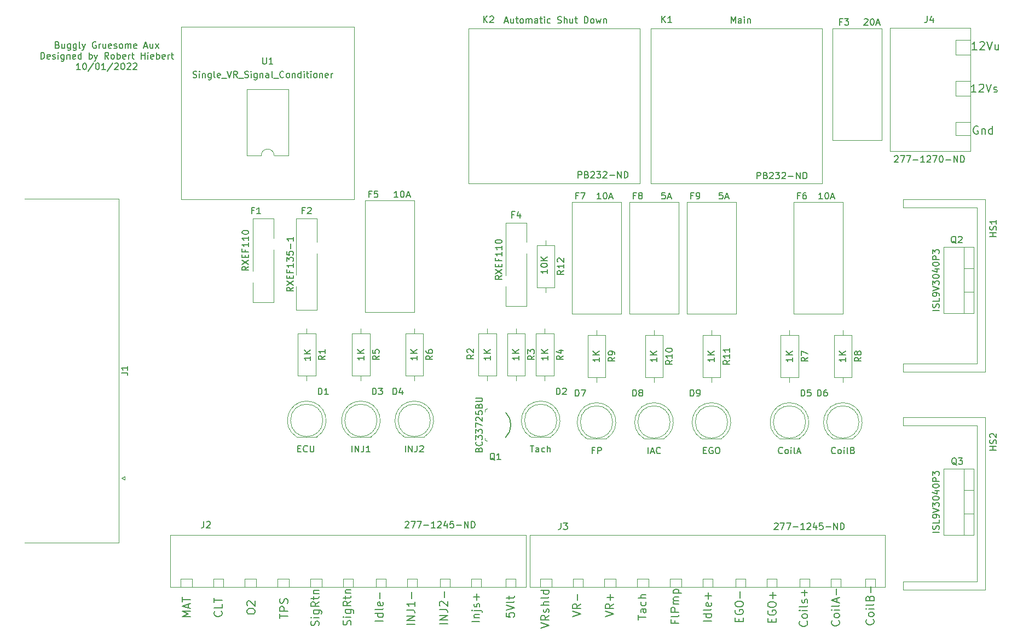
<source format=gbr>
%TF.GenerationSoftware,KiCad,Pcbnew,(5.1.6)-1*%
%TF.CreationDate,2022-10-06T16:18:31-07:00*%
%TF.ProjectId,Buggly Gruesome Aux,42756767-6c79-4204-9772-7565736f6d65,rev?*%
%TF.SameCoordinates,Original*%
%TF.FileFunction,Legend,Top*%
%TF.FilePolarity,Positive*%
%FSLAX46Y46*%
G04 Gerber Fmt 4.6, Leading zero omitted, Abs format (unit mm)*
G04 Created by KiCad (PCBNEW (5.1.6)-1) date 2022-10-06 16:18:31*
%MOMM*%
%LPD*%
G01*
G04 APERTURE LIST*
%ADD10C,0.150000*%
%ADD11C,0.175000*%
%ADD12C,0.120000*%
%ADD13C,0.100000*%
G04 APERTURE END LIST*
D10*
X169168606Y-62303920D02*
X169168606Y-61303920D01*
X169549559Y-61303920D01*
X169644797Y-61351540D01*
X169692416Y-61399159D01*
X169740035Y-61494397D01*
X169740035Y-61637254D01*
X169692416Y-61732492D01*
X169644797Y-61780111D01*
X169549559Y-61827730D01*
X169168606Y-61827730D01*
X170501940Y-61780111D02*
X170644797Y-61827730D01*
X170692416Y-61875349D01*
X170740035Y-61970587D01*
X170740035Y-62113444D01*
X170692416Y-62208682D01*
X170644797Y-62256301D01*
X170549559Y-62303920D01*
X170168606Y-62303920D01*
X170168606Y-61303920D01*
X170501940Y-61303920D01*
X170597178Y-61351540D01*
X170644797Y-61399159D01*
X170692416Y-61494397D01*
X170692416Y-61589635D01*
X170644797Y-61684873D01*
X170597178Y-61732492D01*
X170501940Y-61780111D01*
X170168606Y-61780111D01*
X171120987Y-61399159D02*
X171168606Y-61351540D01*
X171263844Y-61303920D01*
X171501940Y-61303920D01*
X171597178Y-61351540D01*
X171644797Y-61399159D01*
X171692416Y-61494397D01*
X171692416Y-61589635D01*
X171644797Y-61732492D01*
X171073368Y-62303920D01*
X171692416Y-62303920D01*
X172025749Y-61303920D02*
X172644797Y-61303920D01*
X172311463Y-61684873D01*
X172454320Y-61684873D01*
X172549559Y-61732492D01*
X172597178Y-61780111D01*
X172644797Y-61875349D01*
X172644797Y-62113444D01*
X172597178Y-62208682D01*
X172549559Y-62256301D01*
X172454320Y-62303920D01*
X172168606Y-62303920D01*
X172073368Y-62256301D01*
X172025749Y-62208682D01*
X173025749Y-61399159D02*
X173073368Y-61351540D01*
X173168606Y-61303920D01*
X173406701Y-61303920D01*
X173501940Y-61351540D01*
X173549559Y-61399159D01*
X173597178Y-61494397D01*
X173597178Y-61589635D01*
X173549559Y-61732492D01*
X172978130Y-62303920D01*
X173597178Y-62303920D01*
X174025749Y-61922968D02*
X174787654Y-61922968D01*
X175263844Y-62303920D02*
X175263844Y-61303920D01*
X175835273Y-62303920D01*
X175835273Y-61303920D01*
X176311463Y-62303920D02*
X176311463Y-61303920D01*
X176549559Y-61303920D01*
X176692416Y-61351540D01*
X176787654Y-61446778D01*
X176835273Y-61542016D01*
X176882892Y-61732492D01*
X176882892Y-61875349D01*
X176835273Y-62065825D01*
X176787654Y-62161063D01*
X176692416Y-62256301D01*
X176549559Y-62303920D01*
X176311463Y-62303920D01*
X141510546Y-62176920D02*
X141510546Y-61176920D01*
X141891499Y-61176920D01*
X141986737Y-61224540D01*
X142034356Y-61272159D01*
X142081975Y-61367397D01*
X142081975Y-61510254D01*
X142034356Y-61605492D01*
X141986737Y-61653111D01*
X141891499Y-61700730D01*
X141510546Y-61700730D01*
X142843880Y-61653111D02*
X142986737Y-61700730D01*
X143034356Y-61748349D01*
X143081975Y-61843587D01*
X143081975Y-61986444D01*
X143034356Y-62081682D01*
X142986737Y-62129301D01*
X142891499Y-62176920D01*
X142510546Y-62176920D01*
X142510546Y-61176920D01*
X142843880Y-61176920D01*
X142939118Y-61224540D01*
X142986737Y-61272159D01*
X143034356Y-61367397D01*
X143034356Y-61462635D01*
X142986737Y-61557873D01*
X142939118Y-61605492D01*
X142843880Y-61653111D01*
X142510546Y-61653111D01*
X143462927Y-61272159D02*
X143510546Y-61224540D01*
X143605784Y-61176920D01*
X143843880Y-61176920D01*
X143939118Y-61224540D01*
X143986737Y-61272159D01*
X144034356Y-61367397D01*
X144034356Y-61462635D01*
X143986737Y-61605492D01*
X143415308Y-62176920D01*
X144034356Y-62176920D01*
X144367689Y-61176920D02*
X144986737Y-61176920D01*
X144653403Y-61557873D01*
X144796260Y-61557873D01*
X144891499Y-61605492D01*
X144939118Y-61653111D01*
X144986737Y-61748349D01*
X144986737Y-61986444D01*
X144939118Y-62081682D01*
X144891499Y-62129301D01*
X144796260Y-62176920D01*
X144510546Y-62176920D01*
X144415308Y-62129301D01*
X144367689Y-62081682D01*
X145367689Y-61272159D02*
X145415308Y-61224540D01*
X145510546Y-61176920D01*
X145748641Y-61176920D01*
X145843880Y-61224540D01*
X145891499Y-61272159D01*
X145939118Y-61367397D01*
X145939118Y-61462635D01*
X145891499Y-61605492D01*
X145320070Y-62176920D01*
X145939118Y-62176920D01*
X146367689Y-61795968D02*
X147129594Y-61795968D01*
X147605784Y-62176920D02*
X147605784Y-61176920D01*
X148177213Y-62176920D01*
X148177213Y-61176920D01*
X148653403Y-62176920D02*
X148653403Y-61176920D01*
X148891499Y-61176920D01*
X149034356Y-61224540D01*
X149129594Y-61319778D01*
X149177213Y-61415016D01*
X149224832Y-61605492D01*
X149224832Y-61748349D01*
X149177213Y-61938825D01*
X149129594Y-62034063D01*
X149034356Y-62129301D01*
X148891499Y-62176920D01*
X148653403Y-62176920D01*
X60966032Y-41608431D02*
X61108889Y-41656050D01*
X61156508Y-41703669D01*
X61204127Y-41798907D01*
X61204127Y-41941764D01*
X61156508Y-42037002D01*
X61108889Y-42084621D01*
X61013651Y-42132240D01*
X60632699Y-42132240D01*
X60632699Y-41132240D01*
X60966032Y-41132240D01*
X61061270Y-41179860D01*
X61108889Y-41227479D01*
X61156508Y-41322717D01*
X61156508Y-41417955D01*
X61108889Y-41513193D01*
X61061270Y-41560812D01*
X60966032Y-41608431D01*
X60632699Y-41608431D01*
X62061270Y-41465574D02*
X62061270Y-42132240D01*
X61632699Y-41465574D02*
X61632699Y-41989383D01*
X61680318Y-42084621D01*
X61775556Y-42132240D01*
X61918413Y-42132240D01*
X62013651Y-42084621D01*
X62061270Y-42037002D01*
X62966032Y-41465574D02*
X62966032Y-42275098D01*
X62918413Y-42370336D01*
X62870794Y-42417955D01*
X62775556Y-42465574D01*
X62632699Y-42465574D01*
X62537460Y-42417955D01*
X62966032Y-42084621D02*
X62870794Y-42132240D01*
X62680318Y-42132240D01*
X62585080Y-42084621D01*
X62537460Y-42037002D01*
X62489841Y-41941764D01*
X62489841Y-41656050D01*
X62537460Y-41560812D01*
X62585080Y-41513193D01*
X62680318Y-41465574D01*
X62870794Y-41465574D01*
X62966032Y-41513193D01*
X63870794Y-41465574D02*
X63870794Y-42275098D01*
X63823175Y-42370336D01*
X63775556Y-42417955D01*
X63680318Y-42465574D01*
X63537460Y-42465574D01*
X63442222Y-42417955D01*
X63870794Y-42084621D02*
X63775556Y-42132240D01*
X63585079Y-42132240D01*
X63489841Y-42084621D01*
X63442222Y-42037002D01*
X63394603Y-41941764D01*
X63394603Y-41656050D01*
X63442222Y-41560812D01*
X63489841Y-41513193D01*
X63585079Y-41465574D01*
X63775556Y-41465574D01*
X63870794Y-41513193D01*
X64489841Y-42132240D02*
X64394603Y-42084621D01*
X64346984Y-41989383D01*
X64346984Y-41132240D01*
X64775556Y-41465574D02*
X65013651Y-42132240D01*
X65251746Y-41465574D02*
X65013651Y-42132240D01*
X64918413Y-42370336D01*
X64870794Y-42417955D01*
X64775556Y-42465574D01*
X66918413Y-41179860D02*
X66823175Y-41132240D01*
X66680318Y-41132240D01*
X66537460Y-41179860D01*
X66442222Y-41275098D01*
X66394603Y-41370336D01*
X66346984Y-41560812D01*
X66346984Y-41703669D01*
X66394603Y-41894145D01*
X66442222Y-41989383D01*
X66537460Y-42084621D01*
X66680318Y-42132240D01*
X66775556Y-42132240D01*
X66918413Y-42084621D01*
X66966032Y-42037002D01*
X66966032Y-41703669D01*
X66775556Y-41703669D01*
X67394603Y-42132240D02*
X67394603Y-41465574D01*
X67394603Y-41656050D02*
X67442222Y-41560812D01*
X67489841Y-41513193D01*
X67585080Y-41465574D01*
X67680318Y-41465574D01*
X68442222Y-41465574D02*
X68442222Y-42132240D01*
X68013651Y-41465574D02*
X68013651Y-41989383D01*
X68061270Y-42084621D01*
X68156508Y-42132240D01*
X68299365Y-42132240D01*
X68394603Y-42084621D01*
X68442222Y-42037002D01*
X69299365Y-42084621D02*
X69204127Y-42132240D01*
X69013651Y-42132240D01*
X68918413Y-42084621D01*
X68870794Y-41989383D01*
X68870794Y-41608431D01*
X68918413Y-41513193D01*
X69013651Y-41465574D01*
X69204127Y-41465574D01*
X69299365Y-41513193D01*
X69346984Y-41608431D01*
X69346984Y-41703669D01*
X68870794Y-41798907D01*
X69727937Y-42084621D02*
X69823175Y-42132240D01*
X70013651Y-42132240D01*
X70108889Y-42084621D01*
X70156508Y-41989383D01*
X70156508Y-41941764D01*
X70108889Y-41846526D01*
X70013651Y-41798907D01*
X69870794Y-41798907D01*
X69775556Y-41751288D01*
X69727937Y-41656050D01*
X69727937Y-41608431D01*
X69775556Y-41513193D01*
X69870794Y-41465574D01*
X70013651Y-41465574D01*
X70108889Y-41513193D01*
X70727937Y-42132240D02*
X70632699Y-42084621D01*
X70585080Y-42037002D01*
X70537460Y-41941764D01*
X70537460Y-41656050D01*
X70585080Y-41560812D01*
X70632699Y-41513193D01*
X70727937Y-41465574D01*
X70870794Y-41465574D01*
X70966032Y-41513193D01*
X71013651Y-41560812D01*
X71061270Y-41656050D01*
X71061270Y-41941764D01*
X71013651Y-42037002D01*
X70966032Y-42084621D01*
X70870794Y-42132240D01*
X70727937Y-42132240D01*
X71489841Y-42132240D02*
X71489841Y-41465574D01*
X71489841Y-41560812D02*
X71537460Y-41513193D01*
X71632699Y-41465574D01*
X71775556Y-41465574D01*
X71870794Y-41513193D01*
X71918413Y-41608431D01*
X71918413Y-42132240D01*
X71918413Y-41608431D02*
X71966032Y-41513193D01*
X72061270Y-41465574D01*
X72204127Y-41465574D01*
X72299365Y-41513193D01*
X72346984Y-41608431D01*
X72346984Y-42132240D01*
X73204127Y-42084621D02*
X73108889Y-42132240D01*
X72918413Y-42132240D01*
X72823175Y-42084621D01*
X72775556Y-41989383D01*
X72775556Y-41608431D01*
X72823175Y-41513193D01*
X72918413Y-41465574D01*
X73108889Y-41465574D01*
X73204127Y-41513193D01*
X73251746Y-41608431D01*
X73251746Y-41703669D01*
X72775556Y-41798907D01*
X74394603Y-41846526D02*
X74870794Y-41846526D01*
X74299365Y-42132240D02*
X74632699Y-41132240D01*
X74966032Y-42132240D01*
X75727937Y-41465574D02*
X75727937Y-42132240D01*
X75299365Y-41465574D02*
X75299365Y-41989383D01*
X75346984Y-42084621D01*
X75442222Y-42132240D01*
X75585080Y-42132240D01*
X75680318Y-42084621D01*
X75727937Y-42037002D01*
X76108889Y-42132240D02*
X76632699Y-41465574D01*
X76108889Y-41465574D02*
X76632699Y-42132240D01*
X58394603Y-43782240D02*
X58394603Y-42782240D01*
X58632699Y-42782240D01*
X58775556Y-42829860D01*
X58870794Y-42925098D01*
X58918413Y-43020336D01*
X58966032Y-43210812D01*
X58966032Y-43353669D01*
X58918413Y-43544145D01*
X58870794Y-43639383D01*
X58775556Y-43734621D01*
X58632699Y-43782240D01*
X58394603Y-43782240D01*
X59775556Y-43734621D02*
X59680318Y-43782240D01*
X59489841Y-43782240D01*
X59394603Y-43734621D01*
X59346984Y-43639383D01*
X59346984Y-43258431D01*
X59394603Y-43163193D01*
X59489841Y-43115574D01*
X59680318Y-43115574D01*
X59775556Y-43163193D01*
X59823175Y-43258431D01*
X59823175Y-43353669D01*
X59346984Y-43448907D01*
X60204127Y-43734621D02*
X60299365Y-43782240D01*
X60489841Y-43782240D01*
X60585079Y-43734621D01*
X60632699Y-43639383D01*
X60632699Y-43591764D01*
X60585079Y-43496526D01*
X60489841Y-43448907D01*
X60346984Y-43448907D01*
X60251746Y-43401288D01*
X60204127Y-43306050D01*
X60204127Y-43258431D01*
X60251746Y-43163193D01*
X60346984Y-43115574D01*
X60489841Y-43115574D01*
X60585079Y-43163193D01*
X61061270Y-43782240D02*
X61061270Y-43115574D01*
X61061270Y-42782240D02*
X61013651Y-42829860D01*
X61061270Y-42877479D01*
X61108889Y-42829860D01*
X61061270Y-42782240D01*
X61061270Y-42877479D01*
X61966032Y-43115574D02*
X61966032Y-43925098D01*
X61918413Y-44020336D01*
X61870794Y-44067955D01*
X61775556Y-44115574D01*
X61632699Y-44115574D01*
X61537460Y-44067955D01*
X61966032Y-43734621D02*
X61870794Y-43782240D01*
X61680318Y-43782240D01*
X61585079Y-43734621D01*
X61537460Y-43687002D01*
X61489841Y-43591764D01*
X61489841Y-43306050D01*
X61537460Y-43210812D01*
X61585079Y-43163193D01*
X61680318Y-43115574D01*
X61870794Y-43115574D01*
X61966032Y-43163193D01*
X62442222Y-43115574D02*
X62442222Y-43782240D01*
X62442222Y-43210812D02*
X62489841Y-43163193D01*
X62585079Y-43115574D01*
X62727937Y-43115574D01*
X62823175Y-43163193D01*
X62870794Y-43258431D01*
X62870794Y-43782240D01*
X63727937Y-43734621D02*
X63632699Y-43782240D01*
X63442222Y-43782240D01*
X63346984Y-43734621D01*
X63299365Y-43639383D01*
X63299365Y-43258431D01*
X63346984Y-43163193D01*
X63442222Y-43115574D01*
X63632699Y-43115574D01*
X63727937Y-43163193D01*
X63775556Y-43258431D01*
X63775556Y-43353669D01*
X63299365Y-43448907D01*
X64632699Y-43782240D02*
X64632699Y-42782240D01*
X64632699Y-43734621D02*
X64537460Y-43782240D01*
X64346984Y-43782240D01*
X64251746Y-43734621D01*
X64204127Y-43687002D01*
X64156508Y-43591764D01*
X64156508Y-43306050D01*
X64204127Y-43210812D01*
X64251746Y-43163193D01*
X64346984Y-43115574D01*
X64537460Y-43115574D01*
X64632699Y-43163193D01*
X65870794Y-43782240D02*
X65870794Y-42782240D01*
X65870794Y-43163193D02*
X65966032Y-43115574D01*
X66156508Y-43115574D01*
X66251746Y-43163193D01*
X66299365Y-43210812D01*
X66346984Y-43306050D01*
X66346984Y-43591764D01*
X66299365Y-43687002D01*
X66251746Y-43734621D01*
X66156508Y-43782240D01*
X65966032Y-43782240D01*
X65870794Y-43734621D01*
X66680318Y-43115574D02*
X66918413Y-43782240D01*
X67156508Y-43115574D02*
X66918413Y-43782240D01*
X66823175Y-44020336D01*
X66775556Y-44067955D01*
X66680318Y-44115574D01*
X68870794Y-43782240D02*
X68537460Y-43306050D01*
X68299365Y-43782240D02*
X68299365Y-42782240D01*
X68680318Y-42782240D01*
X68775556Y-42829860D01*
X68823175Y-42877479D01*
X68870794Y-42972717D01*
X68870794Y-43115574D01*
X68823175Y-43210812D01*
X68775556Y-43258431D01*
X68680318Y-43306050D01*
X68299365Y-43306050D01*
X69442222Y-43782240D02*
X69346984Y-43734621D01*
X69299365Y-43687002D01*
X69251746Y-43591764D01*
X69251746Y-43306050D01*
X69299365Y-43210812D01*
X69346984Y-43163193D01*
X69442222Y-43115574D01*
X69585080Y-43115574D01*
X69680318Y-43163193D01*
X69727937Y-43210812D01*
X69775556Y-43306050D01*
X69775556Y-43591764D01*
X69727937Y-43687002D01*
X69680318Y-43734621D01*
X69585080Y-43782240D01*
X69442222Y-43782240D01*
X70204127Y-43782240D02*
X70204127Y-42782240D01*
X70204127Y-43163193D02*
X70299365Y-43115574D01*
X70489841Y-43115574D01*
X70585080Y-43163193D01*
X70632699Y-43210812D01*
X70680318Y-43306050D01*
X70680318Y-43591764D01*
X70632699Y-43687002D01*
X70585080Y-43734621D01*
X70489841Y-43782240D01*
X70299365Y-43782240D01*
X70204127Y-43734621D01*
X71489841Y-43734621D02*
X71394603Y-43782240D01*
X71204127Y-43782240D01*
X71108889Y-43734621D01*
X71061270Y-43639383D01*
X71061270Y-43258431D01*
X71108889Y-43163193D01*
X71204127Y-43115574D01*
X71394603Y-43115574D01*
X71489841Y-43163193D01*
X71537460Y-43258431D01*
X71537460Y-43353669D01*
X71061270Y-43448907D01*
X71966032Y-43782240D02*
X71966032Y-43115574D01*
X71966032Y-43306050D02*
X72013651Y-43210812D01*
X72061270Y-43163193D01*
X72156508Y-43115574D01*
X72251746Y-43115574D01*
X72442222Y-43115574D02*
X72823175Y-43115574D01*
X72585080Y-42782240D02*
X72585080Y-43639383D01*
X72632699Y-43734621D01*
X72727937Y-43782240D01*
X72823175Y-43782240D01*
X73918413Y-43782240D02*
X73918413Y-42782240D01*
X73918413Y-43258431D02*
X74489841Y-43258431D01*
X74489841Y-43782240D02*
X74489841Y-42782240D01*
X74966032Y-43782240D02*
X74966032Y-43115574D01*
X74966032Y-42782240D02*
X74918413Y-42829860D01*
X74966032Y-42877479D01*
X75013651Y-42829860D01*
X74966032Y-42782240D01*
X74966032Y-42877479D01*
X75823175Y-43734621D02*
X75727937Y-43782240D01*
X75537460Y-43782240D01*
X75442222Y-43734621D01*
X75394603Y-43639383D01*
X75394603Y-43258431D01*
X75442222Y-43163193D01*
X75537460Y-43115574D01*
X75727937Y-43115574D01*
X75823175Y-43163193D01*
X75870794Y-43258431D01*
X75870794Y-43353669D01*
X75394603Y-43448907D01*
X76299365Y-43782240D02*
X76299365Y-42782240D01*
X76299365Y-43163193D02*
X76394603Y-43115574D01*
X76585080Y-43115574D01*
X76680318Y-43163193D01*
X76727937Y-43210812D01*
X76775556Y-43306050D01*
X76775556Y-43591764D01*
X76727937Y-43687002D01*
X76680318Y-43734621D01*
X76585080Y-43782240D01*
X76394603Y-43782240D01*
X76299365Y-43734621D01*
X77585080Y-43734621D02*
X77489841Y-43782240D01*
X77299365Y-43782240D01*
X77204127Y-43734621D01*
X77156508Y-43639383D01*
X77156508Y-43258431D01*
X77204127Y-43163193D01*
X77299365Y-43115574D01*
X77489841Y-43115574D01*
X77585080Y-43163193D01*
X77632699Y-43258431D01*
X77632699Y-43353669D01*
X77156508Y-43448907D01*
X78061270Y-43782240D02*
X78061270Y-43115574D01*
X78061270Y-43306050D02*
X78108889Y-43210812D01*
X78156508Y-43163193D01*
X78251746Y-43115574D01*
X78346984Y-43115574D01*
X78537460Y-43115574D02*
X78918413Y-43115574D01*
X78680318Y-42782240D02*
X78680318Y-43639383D01*
X78727937Y-43734621D01*
X78823175Y-43782240D01*
X78918413Y-43782240D01*
X64489841Y-45432240D02*
X63918413Y-45432240D01*
X64204127Y-45432240D02*
X64204127Y-44432240D01*
X64108889Y-44575098D01*
X64013651Y-44670336D01*
X63918413Y-44717955D01*
X65108889Y-44432240D02*
X65204127Y-44432240D01*
X65299365Y-44479860D01*
X65346984Y-44527479D01*
X65394603Y-44622717D01*
X65442222Y-44813193D01*
X65442222Y-45051288D01*
X65394603Y-45241764D01*
X65346984Y-45337002D01*
X65299365Y-45384621D01*
X65204127Y-45432240D01*
X65108889Y-45432240D01*
X65013651Y-45384621D01*
X64966032Y-45337002D01*
X64918413Y-45241764D01*
X64870794Y-45051288D01*
X64870794Y-44813193D01*
X64918413Y-44622717D01*
X64966032Y-44527479D01*
X65013651Y-44479860D01*
X65108889Y-44432240D01*
X66585080Y-44384621D02*
X65727937Y-45670336D01*
X67108889Y-44432240D02*
X67204127Y-44432240D01*
X67299365Y-44479860D01*
X67346984Y-44527479D01*
X67394603Y-44622717D01*
X67442222Y-44813193D01*
X67442222Y-45051288D01*
X67394603Y-45241764D01*
X67346984Y-45337002D01*
X67299365Y-45384621D01*
X67204127Y-45432240D01*
X67108889Y-45432240D01*
X67013651Y-45384621D01*
X66966032Y-45337002D01*
X66918413Y-45241764D01*
X66870794Y-45051288D01*
X66870794Y-44813193D01*
X66918413Y-44622717D01*
X66966032Y-44527479D01*
X67013651Y-44479860D01*
X67108889Y-44432240D01*
X68394603Y-45432240D02*
X67823175Y-45432240D01*
X68108889Y-45432240D02*
X68108889Y-44432240D01*
X68013651Y-44575098D01*
X67918413Y-44670336D01*
X67823175Y-44717955D01*
X69537460Y-44384621D02*
X68680318Y-45670336D01*
X69823175Y-44527479D02*
X69870794Y-44479860D01*
X69966032Y-44432240D01*
X70204127Y-44432240D01*
X70299365Y-44479860D01*
X70346984Y-44527479D01*
X70394603Y-44622717D01*
X70394603Y-44717955D01*
X70346984Y-44860812D01*
X69775556Y-45432240D01*
X70394603Y-45432240D01*
X71013651Y-44432240D02*
X71108889Y-44432240D01*
X71204127Y-44479860D01*
X71251746Y-44527479D01*
X71299365Y-44622717D01*
X71346984Y-44813193D01*
X71346984Y-45051288D01*
X71299365Y-45241764D01*
X71251746Y-45337002D01*
X71204127Y-45384621D01*
X71108889Y-45432240D01*
X71013651Y-45432240D01*
X70918413Y-45384621D01*
X70870794Y-45337002D01*
X70823175Y-45241764D01*
X70775556Y-45051288D01*
X70775556Y-44813193D01*
X70823175Y-44622717D01*
X70870794Y-44527479D01*
X70918413Y-44479860D01*
X71013651Y-44432240D01*
X71727937Y-44527479D02*
X71775556Y-44479860D01*
X71870794Y-44432240D01*
X72108889Y-44432240D01*
X72204127Y-44479860D01*
X72251746Y-44527479D01*
X72299365Y-44622717D01*
X72299365Y-44717955D01*
X72251746Y-44860812D01*
X71680318Y-45432240D01*
X72299365Y-45432240D01*
X72680318Y-44527479D02*
X72727937Y-44479860D01*
X72823175Y-44432240D01*
X73061270Y-44432240D01*
X73156508Y-44479860D01*
X73204127Y-44527479D01*
X73251746Y-44622717D01*
X73251746Y-44717955D01*
X73204127Y-44860812D01*
X72632699Y-45432240D01*
X73251746Y-45432240D01*
D11*
X166377234Y-130779388D02*
X166377234Y-130362721D01*
X167031996Y-130184150D02*
X167031996Y-130779388D01*
X165781996Y-130779388D01*
X165781996Y-130184150D01*
X165841520Y-128993674D02*
X165781996Y-129112721D01*
X165781996Y-129291293D01*
X165841520Y-129469864D01*
X165960567Y-129588912D01*
X166079615Y-129648436D01*
X166317710Y-129707960D01*
X166496281Y-129707960D01*
X166734377Y-129648436D01*
X166853424Y-129588912D01*
X166972472Y-129469864D01*
X167031996Y-129291293D01*
X167031996Y-129172245D01*
X166972472Y-128993674D01*
X166912948Y-128934150D01*
X166496281Y-128934150D01*
X166496281Y-129172245D01*
X165781996Y-128160340D02*
X165781996Y-127922245D01*
X165841520Y-127803198D01*
X165960567Y-127684150D01*
X166198662Y-127624626D01*
X166615329Y-127624626D01*
X166853424Y-127684150D01*
X166972472Y-127803198D01*
X167031996Y-127922245D01*
X167031996Y-128160340D01*
X166972472Y-128279388D01*
X166853424Y-128398436D01*
X166615329Y-128457960D01*
X166198662Y-128457960D01*
X165960567Y-128398436D01*
X165841520Y-128279388D01*
X165781996Y-128160340D01*
X166555805Y-127088912D02*
X166555805Y-126136531D01*
X171439454Y-130868288D02*
X171439454Y-130451621D01*
X172094216Y-130273050D02*
X172094216Y-130868288D01*
X170844216Y-130868288D01*
X170844216Y-130273050D01*
X170903740Y-129082574D02*
X170844216Y-129201621D01*
X170844216Y-129380193D01*
X170903740Y-129558764D01*
X171022787Y-129677812D01*
X171141835Y-129737336D01*
X171379930Y-129796860D01*
X171558501Y-129796860D01*
X171796597Y-129737336D01*
X171915644Y-129677812D01*
X172034692Y-129558764D01*
X172094216Y-129380193D01*
X172094216Y-129261145D01*
X172034692Y-129082574D01*
X171975168Y-129023050D01*
X171558501Y-129023050D01*
X171558501Y-129261145D01*
X170844216Y-128249240D02*
X170844216Y-128011145D01*
X170903740Y-127892098D01*
X171022787Y-127773050D01*
X171260882Y-127713526D01*
X171677549Y-127713526D01*
X171915644Y-127773050D01*
X172034692Y-127892098D01*
X172094216Y-128011145D01*
X172094216Y-128249240D01*
X172034692Y-128368288D01*
X171915644Y-128487336D01*
X171677549Y-128546860D01*
X171260882Y-128546860D01*
X171022787Y-128487336D01*
X170903740Y-128368288D01*
X170844216Y-128249240D01*
X171618025Y-127177812D02*
X171618025Y-126225431D01*
X172094216Y-126701621D02*
X171141835Y-126701621D01*
X176859588Y-130719093D02*
X176919112Y-130778617D01*
X176978636Y-130957188D01*
X176978636Y-131076236D01*
X176919112Y-131254807D01*
X176800064Y-131373855D01*
X176681017Y-131433379D01*
X176442921Y-131492902D01*
X176264350Y-131492902D01*
X176026255Y-131433379D01*
X175907207Y-131373855D01*
X175788160Y-131254807D01*
X175728636Y-131076236D01*
X175728636Y-130957188D01*
X175788160Y-130778617D01*
X175847683Y-130719093D01*
X176978636Y-130004807D02*
X176919112Y-130123855D01*
X176859588Y-130183379D01*
X176740540Y-130242902D01*
X176383398Y-130242902D01*
X176264350Y-130183379D01*
X176204826Y-130123855D01*
X176145302Y-130004807D01*
X176145302Y-129826236D01*
X176204826Y-129707188D01*
X176264350Y-129647664D01*
X176383398Y-129588140D01*
X176740540Y-129588140D01*
X176859588Y-129647664D01*
X176919112Y-129707188D01*
X176978636Y-129826236D01*
X176978636Y-130004807D01*
X176978636Y-129052426D02*
X176145302Y-129052426D01*
X175728636Y-129052426D02*
X175788160Y-129111950D01*
X175847683Y-129052426D01*
X175788160Y-128992902D01*
X175728636Y-129052426D01*
X175847683Y-129052426D01*
X176978636Y-128278617D02*
X176919112Y-128397664D01*
X176800064Y-128457188D01*
X175728636Y-128457188D01*
X176919112Y-127861950D02*
X176978636Y-127742902D01*
X176978636Y-127504807D01*
X176919112Y-127385760D01*
X176800064Y-127326236D01*
X176740540Y-127326236D01*
X176621493Y-127385760D01*
X176561969Y-127504807D01*
X176561969Y-127683379D01*
X176502445Y-127802426D01*
X176383398Y-127861950D01*
X176323874Y-127861950D01*
X176204826Y-127802426D01*
X176145302Y-127683379D01*
X176145302Y-127504807D01*
X176204826Y-127385760D01*
X176502445Y-126790521D02*
X176502445Y-125838140D01*
X176978636Y-126314331D02*
X176026255Y-126314331D01*
X126267536Y-130778617D02*
X125017536Y-130778617D01*
X125434202Y-130183379D02*
X126267536Y-130183379D01*
X125553250Y-130183379D02*
X125493726Y-130123855D01*
X125434202Y-130004807D01*
X125434202Y-129826236D01*
X125493726Y-129707188D01*
X125612774Y-129647664D01*
X126267536Y-129647664D01*
X125434202Y-129052426D02*
X126505631Y-129052426D01*
X126624679Y-129111950D01*
X126684202Y-129230998D01*
X126684202Y-129290521D01*
X125017536Y-129052426D02*
X125077060Y-129111950D01*
X125136583Y-129052426D01*
X125077060Y-128992902D01*
X125017536Y-129052426D01*
X125136583Y-129052426D01*
X126208012Y-128516712D02*
X126267536Y-128397664D01*
X126267536Y-128159569D01*
X126208012Y-128040521D01*
X126088964Y-127980998D01*
X126029440Y-127980998D01*
X125910393Y-128040521D01*
X125850869Y-128159569D01*
X125850869Y-128338140D01*
X125791345Y-128457188D01*
X125672298Y-128516712D01*
X125612774Y-128516712D01*
X125493726Y-128457188D01*
X125434202Y-128338140D01*
X125434202Y-128159569D01*
X125493726Y-128040521D01*
X125791345Y-127445283D02*
X125791345Y-126492902D01*
X126267536Y-126969093D02*
X125315155Y-126969093D01*
X130379476Y-129446619D02*
X130379476Y-130041857D01*
X130974714Y-130101380D01*
X130915190Y-130041857D01*
X130855666Y-129922809D01*
X130855666Y-129625190D01*
X130915190Y-129506142D01*
X130974714Y-129446619D01*
X131093761Y-129387095D01*
X131391380Y-129387095D01*
X131510428Y-129446619D01*
X131569952Y-129506142D01*
X131629476Y-129625190D01*
X131629476Y-129922809D01*
X131569952Y-130041857D01*
X131510428Y-130101380D01*
X130379476Y-129029952D02*
X131629476Y-128613285D01*
X130379476Y-128196619D01*
X131629476Y-127601380D02*
X131569952Y-127720428D01*
X131450904Y-127779952D01*
X130379476Y-127779952D01*
X130796142Y-127303761D02*
X130796142Y-126827571D01*
X130379476Y-127125190D02*
X131450904Y-127125190D01*
X131569952Y-127065666D01*
X131629476Y-126946619D01*
X131629476Y-126827571D01*
X162109476Y-130726380D02*
X160859476Y-130726380D01*
X162109476Y-129595428D02*
X160859476Y-129595428D01*
X162049952Y-129595428D02*
X162109476Y-129714476D01*
X162109476Y-129952571D01*
X162049952Y-130071619D01*
X161990428Y-130131142D01*
X161871380Y-130190666D01*
X161514238Y-130190666D01*
X161395190Y-130131142D01*
X161335666Y-130071619D01*
X161276142Y-129952571D01*
X161276142Y-129714476D01*
X161335666Y-129595428D01*
X162109476Y-128821619D02*
X162049952Y-128940666D01*
X161930904Y-129000190D01*
X160859476Y-129000190D01*
X162049952Y-127869238D02*
X162109476Y-127988285D01*
X162109476Y-128226380D01*
X162049952Y-128345428D01*
X161930904Y-128404952D01*
X161454714Y-128404952D01*
X161335666Y-128345428D01*
X161276142Y-128226380D01*
X161276142Y-127988285D01*
X161335666Y-127869238D01*
X161454714Y-127809714D01*
X161573761Y-127809714D01*
X161692809Y-128404952D01*
X161633285Y-127274000D02*
X161633285Y-126321619D01*
X162109476Y-126797809D02*
X161157095Y-126797809D01*
X156430594Y-130630579D02*
X156430594Y-131047245D01*
X157085356Y-131047245D02*
X155835356Y-131047245D01*
X155835356Y-130452007D01*
X157085356Y-129797245D02*
X157025832Y-129916293D01*
X156906784Y-129975817D01*
X155835356Y-129975817D01*
X157085356Y-129321055D02*
X155835356Y-129321055D01*
X155835356Y-128844864D01*
X155894880Y-128725817D01*
X155954403Y-128666293D01*
X156073451Y-128606769D01*
X156252022Y-128606769D01*
X156371070Y-128666293D01*
X156430594Y-128725817D01*
X156490118Y-128844864D01*
X156490118Y-129321055D01*
X157085356Y-128071055D02*
X156252022Y-128071055D01*
X156371070Y-128071055D02*
X156311546Y-128011531D01*
X156252022Y-127892483D01*
X156252022Y-127713912D01*
X156311546Y-127594864D01*
X156430594Y-127535340D01*
X157085356Y-127535340D01*
X156430594Y-127535340D02*
X156311546Y-127475817D01*
X156252022Y-127356769D01*
X156252022Y-127178198D01*
X156311546Y-127059150D01*
X156430594Y-126999626D01*
X157085356Y-126999626D01*
X156252022Y-126404388D02*
X157502022Y-126404388D01*
X156311546Y-126404388D02*
X156252022Y-126285340D01*
X156252022Y-126047245D01*
X156311546Y-125928198D01*
X156371070Y-125868674D01*
X156490118Y-125809150D01*
X156847260Y-125809150D01*
X156966308Y-125868674D01*
X157025832Y-125928198D01*
X157085356Y-126047245D01*
X157085356Y-126285340D01*
X157025832Y-126404388D01*
X181802428Y-130637095D02*
X181861952Y-130696619D01*
X181921476Y-130875190D01*
X181921476Y-130994238D01*
X181861952Y-131172809D01*
X181742904Y-131291857D01*
X181623857Y-131351380D01*
X181385761Y-131410904D01*
X181207190Y-131410904D01*
X180969095Y-131351380D01*
X180850047Y-131291857D01*
X180731000Y-131172809D01*
X180671476Y-130994238D01*
X180671476Y-130875190D01*
X180731000Y-130696619D01*
X180790523Y-130637095D01*
X181921476Y-129922809D02*
X181861952Y-130041857D01*
X181802428Y-130101380D01*
X181683380Y-130160904D01*
X181326238Y-130160904D01*
X181207190Y-130101380D01*
X181147666Y-130041857D01*
X181088142Y-129922809D01*
X181088142Y-129744238D01*
X181147666Y-129625190D01*
X181207190Y-129565666D01*
X181326238Y-129506142D01*
X181683380Y-129506142D01*
X181802428Y-129565666D01*
X181861952Y-129625190D01*
X181921476Y-129744238D01*
X181921476Y-129922809D01*
X181921476Y-128970428D02*
X181088142Y-128970428D01*
X180671476Y-128970428D02*
X180731000Y-129029952D01*
X180790523Y-128970428D01*
X180731000Y-128910904D01*
X180671476Y-128970428D01*
X180790523Y-128970428D01*
X181921476Y-128196619D02*
X181861952Y-128315666D01*
X181742904Y-128375190D01*
X180671476Y-128375190D01*
X181564333Y-127779952D02*
X181564333Y-127184714D01*
X181921476Y-127899000D02*
X180671476Y-127482333D01*
X181921476Y-127065666D01*
X181445285Y-126649000D02*
X181445285Y-125696619D01*
X187136428Y-130472380D02*
X187195952Y-130531904D01*
X187255476Y-130710476D01*
X187255476Y-130829523D01*
X187195952Y-131008095D01*
X187076904Y-131127142D01*
X186957857Y-131186666D01*
X186719761Y-131246190D01*
X186541190Y-131246190D01*
X186303095Y-131186666D01*
X186184047Y-131127142D01*
X186065000Y-131008095D01*
X186005476Y-130829523D01*
X186005476Y-130710476D01*
X186065000Y-130531904D01*
X186124523Y-130472380D01*
X187255476Y-129758095D02*
X187195952Y-129877142D01*
X187136428Y-129936666D01*
X187017380Y-129996190D01*
X186660238Y-129996190D01*
X186541190Y-129936666D01*
X186481666Y-129877142D01*
X186422142Y-129758095D01*
X186422142Y-129579523D01*
X186481666Y-129460476D01*
X186541190Y-129400952D01*
X186660238Y-129341428D01*
X187017380Y-129341428D01*
X187136428Y-129400952D01*
X187195952Y-129460476D01*
X187255476Y-129579523D01*
X187255476Y-129758095D01*
X187255476Y-128805714D02*
X186422142Y-128805714D01*
X186005476Y-128805714D02*
X186065000Y-128865238D01*
X186124523Y-128805714D01*
X186065000Y-128746190D01*
X186005476Y-128805714D01*
X186124523Y-128805714D01*
X187255476Y-128031904D02*
X187195952Y-128150952D01*
X187076904Y-128210476D01*
X186005476Y-128210476D01*
X186600714Y-127139047D02*
X186660238Y-126960476D01*
X186719761Y-126900952D01*
X186838809Y-126841428D01*
X187017380Y-126841428D01*
X187136428Y-126900952D01*
X187195952Y-126960476D01*
X187255476Y-127079523D01*
X187255476Y-127555714D01*
X186005476Y-127555714D01*
X186005476Y-127139047D01*
X186065000Y-127020000D01*
X186124523Y-126960476D01*
X186243571Y-126900952D01*
X186362619Y-126900952D01*
X186481666Y-126960476D01*
X186541190Y-127020000D01*
X186600714Y-127139047D01*
X186600714Y-127555714D01*
X186779285Y-126305714D02*
X186779285Y-125353333D01*
X116231996Y-131224660D02*
X114981996Y-131224660D01*
X116231996Y-130629421D02*
X114981996Y-130629421D01*
X116231996Y-129915136D01*
X114981996Y-129915136D01*
X114981996Y-128962755D02*
X115874853Y-128962755D01*
X116053424Y-129022279D01*
X116172472Y-129141326D01*
X116231996Y-129319898D01*
X116231996Y-129438945D01*
X116231996Y-127712755D02*
X116231996Y-128427040D01*
X116231996Y-128069898D02*
X114981996Y-128069898D01*
X115160567Y-128188945D01*
X115279615Y-128307993D01*
X115339139Y-128427040D01*
X115755805Y-127177040D02*
X115755805Y-126224660D01*
X121294216Y-131135760D02*
X120044216Y-131135760D01*
X121294216Y-130540521D02*
X120044216Y-130540521D01*
X121294216Y-129826236D01*
X120044216Y-129826236D01*
X120044216Y-128873855D02*
X120937073Y-128873855D01*
X121115644Y-128933379D01*
X121234692Y-129052426D01*
X121294216Y-129230998D01*
X121294216Y-129350045D01*
X120163263Y-128338140D02*
X120103740Y-128278617D01*
X120044216Y-128159569D01*
X120044216Y-127861950D01*
X120103740Y-127742902D01*
X120163263Y-127683379D01*
X120282311Y-127623855D01*
X120401359Y-127623855D01*
X120579930Y-127683379D01*
X121294216Y-128397664D01*
X121294216Y-127623855D01*
X120818025Y-127088140D02*
X120818025Y-126135760D01*
X145710916Y-130006736D02*
X146960916Y-129590069D01*
X145710916Y-129173402D01*
X146960916Y-128042450D02*
X146365678Y-128459117D01*
X146960916Y-128756736D02*
X145710916Y-128756736D01*
X145710916Y-128280545D01*
X145770440Y-128161498D01*
X145829963Y-128101974D01*
X145949011Y-128042450D01*
X146127582Y-128042450D01*
X146246630Y-128101974D01*
X146306154Y-128161498D01*
X146365678Y-128280545D01*
X146365678Y-128756736D01*
X146484725Y-127506736D02*
X146484725Y-126554355D01*
X146960916Y-127030545D02*
X146008535Y-127030545D01*
X135713476Y-131783952D02*
X136963476Y-131367285D01*
X135713476Y-130950619D01*
X136963476Y-129819666D02*
X136368238Y-130236333D01*
X136963476Y-130533952D02*
X135713476Y-130533952D01*
X135713476Y-130057761D01*
X135773000Y-129938714D01*
X135832523Y-129879190D01*
X135951571Y-129819666D01*
X136130142Y-129819666D01*
X136249190Y-129879190D01*
X136308714Y-129938714D01*
X136368238Y-130057761D01*
X136368238Y-130533952D01*
X136903952Y-129343476D02*
X136963476Y-129224428D01*
X136963476Y-128986333D01*
X136903952Y-128867285D01*
X136784904Y-128807761D01*
X136725380Y-128807761D01*
X136606333Y-128867285D01*
X136546809Y-128986333D01*
X136546809Y-129164904D01*
X136487285Y-129283952D01*
X136368238Y-129343476D01*
X136308714Y-129343476D01*
X136189666Y-129283952D01*
X136130142Y-129164904D01*
X136130142Y-128986333D01*
X136189666Y-128867285D01*
X136963476Y-128272047D02*
X135713476Y-128272047D01*
X136963476Y-127736333D02*
X136308714Y-127736333D01*
X136189666Y-127795857D01*
X136130142Y-127914904D01*
X136130142Y-128093476D01*
X136189666Y-128212523D01*
X136249190Y-128272047D01*
X136963476Y-126962523D02*
X136903952Y-127081571D01*
X136784904Y-127141095D01*
X135713476Y-127141095D01*
X136963476Y-125950619D02*
X135713476Y-125950619D01*
X136903952Y-125950619D02*
X136963476Y-126069666D01*
X136963476Y-126307761D01*
X136903952Y-126426809D01*
X136844428Y-126486333D01*
X136725380Y-126545857D01*
X136368238Y-126545857D01*
X136249190Y-126486333D01*
X136189666Y-126426809D01*
X136130142Y-126307761D01*
X136130142Y-126069666D01*
X136189666Y-125950619D01*
X140648696Y-130006736D02*
X141898696Y-129590069D01*
X140648696Y-129173402D01*
X141898696Y-128042450D02*
X141303458Y-128459117D01*
X141898696Y-128756736D02*
X140648696Y-128756736D01*
X140648696Y-128280545D01*
X140708220Y-128161498D01*
X140767743Y-128101974D01*
X140886791Y-128042450D01*
X141065362Y-128042450D01*
X141184410Y-128101974D01*
X141243934Y-128161498D01*
X141303458Y-128280545D01*
X141303458Y-128756736D01*
X141422505Y-127506736D02*
X141422505Y-126554355D01*
X150773136Y-130481769D02*
X150773136Y-129767483D01*
X152023136Y-130124626D02*
X150773136Y-130124626D01*
X152023136Y-128815102D02*
X151368374Y-128815102D01*
X151249326Y-128874626D01*
X151189802Y-128993674D01*
X151189802Y-129231769D01*
X151249326Y-129350817D01*
X151963612Y-128815102D02*
X152023136Y-128934150D01*
X152023136Y-129231769D01*
X151963612Y-129350817D01*
X151844564Y-129410340D01*
X151725517Y-129410340D01*
X151606469Y-129350817D01*
X151546945Y-129231769D01*
X151546945Y-128934150D01*
X151487421Y-128815102D01*
X151963612Y-127684150D02*
X152023136Y-127803198D01*
X152023136Y-128041293D01*
X151963612Y-128160340D01*
X151904088Y-128219864D01*
X151785040Y-128279388D01*
X151427898Y-128279388D01*
X151308850Y-128219864D01*
X151249326Y-128160340D01*
X151189802Y-128041293D01*
X151189802Y-127803198D01*
X151249326Y-127684150D01*
X152023136Y-127148436D02*
X150773136Y-127148436D01*
X152023136Y-126612721D02*
X151368374Y-126612721D01*
X151249326Y-126672245D01*
X151189802Y-126791293D01*
X151189802Y-126969864D01*
X151249326Y-127088912D01*
X151308850Y-127148436D01*
X111347576Y-130660340D02*
X110097576Y-130660340D01*
X111347576Y-129529388D02*
X110097576Y-129529388D01*
X111288052Y-129529388D02*
X111347576Y-129648436D01*
X111347576Y-129886531D01*
X111288052Y-130005579D01*
X111228528Y-130065102D01*
X111109480Y-130124626D01*
X110752338Y-130124626D01*
X110633290Y-130065102D01*
X110573766Y-130005579D01*
X110514242Y-129886531D01*
X110514242Y-129648436D01*
X110573766Y-129529388D01*
X111347576Y-128755579D02*
X111288052Y-128874626D01*
X111169004Y-128934150D01*
X110097576Y-128934150D01*
X111288052Y-127803198D02*
X111347576Y-127922245D01*
X111347576Y-128160340D01*
X111288052Y-128279388D01*
X111169004Y-128338912D01*
X110692814Y-128338912D01*
X110573766Y-128279388D01*
X110514242Y-128160340D01*
X110514242Y-127922245D01*
X110573766Y-127803198D01*
X110692814Y-127743674D01*
X110811861Y-127743674D01*
X110930909Y-128338912D01*
X110871385Y-127207960D02*
X110871385Y-126255579D01*
X106314732Y-131314717D02*
X106374256Y-131136145D01*
X106374256Y-130838526D01*
X106314732Y-130719479D01*
X106255208Y-130659955D01*
X106136160Y-130600431D01*
X106017113Y-130600431D01*
X105898065Y-130659955D01*
X105838541Y-130719479D01*
X105779018Y-130838526D01*
X105719494Y-131076621D01*
X105659970Y-131195669D01*
X105600446Y-131255193D01*
X105481399Y-131314717D01*
X105362351Y-131314717D01*
X105243303Y-131255193D01*
X105183780Y-131195669D01*
X105124256Y-131076621D01*
X105124256Y-130779002D01*
X105183780Y-130600431D01*
X106374256Y-130064717D02*
X105540922Y-130064717D01*
X105124256Y-130064717D02*
X105183780Y-130124240D01*
X105243303Y-130064717D01*
X105183780Y-130005193D01*
X105124256Y-130064717D01*
X105243303Y-130064717D01*
X105540922Y-128933764D02*
X106552827Y-128933764D01*
X106671875Y-128993288D01*
X106731399Y-129052812D01*
X106790922Y-129171860D01*
X106790922Y-129350431D01*
X106731399Y-129469479D01*
X106314732Y-128933764D02*
X106374256Y-129052812D01*
X106374256Y-129290907D01*
X106314732Y-129409955D01*
X106255208Y-129469479D01*
X106136160Y-129529002D01*
X105779018Y-129529002D01*
X105659970Y-129469479D01*
X105600446Y-129409955D01*
X105540922Y-129290907D01*
X105540922Y-129052812D01*
X105600446Y-128933764D01*
X106374256Y-127624240D02*
X105779018Y-128040907D01*
X106374256Y-128338526D02*
X105124256Y-128338526D01*
X105124256Y-127862336D01*
X105183780Y-127743288D01*
X105243303Y-127683764D01*
X105362351Y-127624240D01*
X105540922Y-127624240D01*
X105659970Y-127683764D01*
X105719494Y-127743288D01*
X105779018Y-127862336D01*
X105779018Y-128338526D01*
X105540922Y-127267098D02*
X105540922Y-126790907D01*
X105124256Y-127088526D02*
X106195684Y-127088526D01*
X106314732Y-127029002D01*
X106374256Y-126909955D01*
X106374256Y-126790907D01*
X105540922Y-126374240D02*
X106374256Y-126374240D01*
X105659970Y-126374240D02*
X105600446Y-126314717D01*
X105540922Y-126195669D01*
X105540922Y-126017098D01*
X105600446Y-125898050D01*
X105719494Y-125838526D01*
X106374256Y-125838526D01*
X101341412Y-131403617D02*
X101400936Y-131225045D01*
X101400936Y-130927426D01*
X101341412Y-130808379D01*
X101281888Y-130748855D01*
X101162840Y-130689331D01*
X101043793Y-130689331D01*
X100924745Y-130748855D01*
X100865221Y-130808379D01*
X100805698Y-130927426D01*
X100746174Y-131165521D01*
X100686650Y-131284569D01*
X100627126Y-131344093D01*
X100508079Y-131403617D01*
X100389031Y-131403617D01*
X100269983Y-131344093D01*
X100210460Y-131284569D01*
X100150936Y-131165521D01*
X100150936Y-130867902D01*
X100210460Y-130689331D01*
X101400936Y-130153617D02*
X100567602Y-130153617D01*
X100150936Y-130153617D02*
X100210460Y-130213140D01*
X100269983Y-130153617D01*
X100210460Y-130094093D01*
X100150936Y-130153617D01*
X100269983Y-130153617D01*
X100567602Y-129022664D02*
X101579507Y-129022664D01*
X101698555Y-129082188D01*
X101758079Y-129141712D01*
X101817602Y-129260760D01*
X101817602Y-129439331D01*
X101758079Y-129558379D01*
X101341412Y-129022664D02*
X101400936Y-129141712D01*
X101400936Y-129379807D01*
X101341412Y-129498855D01*
X101281888Y-129558379D01*
X101162840Y-129617902D01*
X100805698Y-129617902D01*
X100686650Y-129558379D01*
X100627126Y-129498855D01*
X100567602Y-129379807D01*
X100567602Y-129141712D01*
X100627126Y-129022664D01*
X101400936Y-127713140D02*
X100805698Y-128129807D01*
X101400936Y-128427426D02*
X100150936Y-128427426D01*
X100150936Y-127951236D01*
X100210460Y-127832188D01*
X100269983Y-127772664D01*
X100389031Y-127713140D01*
X100567602Y-127713140D01*
X100686650Y-127772664D01*
X100746174Y-127832188D01*
X100805698Y-127951236D01*
X100805698Y-128427426D01*
X100567602Y-127355998D02*
X100567602Y-126879807D01*
X100150936Y-127177426D02*
X101222364Y-127177426D01*
X101341412Y-127117902D01*
X101400936Y-126998855D01*
X101400936Y-126879807D01*
X100567602Y-126463140D02*
X101400936Y-126463140D01*
X100686650Y-126463140D02*
X100627126Y-126403617D01*
X100567602Y-126284569D01*
X100567602Y-126105998D01*
X100627126Y-125986950D01*
X100746174Y-125927426D01*
X101400936Y-125927426D01*
X95327476Y-130279180D02*
X95327476Y-129564895D01*
X96577476Y-129922038D02*
X95327476Y-129922038D01*
X96577476Y-129148228D02*
X95327476Y-129148228D01*
X95327476Y-128672038D01*
X95387000Y-128552990D01*
X95446523Y-128493466D01*
X95565571Y-128433942D01*
X95744142Y-128433942D01*
X95863190Y-128493466D01*
X95922714Y-128552990D01*
X95982238Y-128672038D01*
X95982238Y-129148228D01*
X96517952Y-127957752D02*
X96577476Y-127779180D01*
X96577476Y-127481561D01*
X96517952Y-127362514D01*
X96458428Y-127302990D01*
X96339380Y-127243466D01*
X96220333Y-127243466D01*
X96101285Y-127302990D01*
X96041761Y-127362514D01*
X95982238Y-127481561D01*
X95922714Y-127719657D01*
X95863190Y-127838704D01*
X95803666Y-127898228D01*
X95684619Y-127957752D01*
X95565571Y-127957752D01*
X95446523Y-127898228D01*
X95387000Y-127838704D01*
X95327476Y-127719657D01*
X95327476Y-127422038D01*
X95387000Y-127243466D01*
X90247476Y-129314485D02*
X90247476Y-129076390D01*
X90307000Y-128957342D01*
X90426047Y-128838295D01*
X90664142Y-128778771D01*
X91080809Y-128778771D01*
X91318904Y-128838295D01*
X91437952Y-128957342D01*
X91497476Y-129076390D01*
X91497476Y-129314485D01*
X91437952Y-129433533D01*
X91318904Y-129552580D01*
X91080809Y-129612104D01*
X90664142Y-129612104D01*
X90426047Y-129552580D01*
X90307000Y-129433533D01*
X90247476Y-129314485D01*
X90366523Y-128302580D02*
X90307000Y-128243057D01*
X90247476Y-128124009D01*
X90247476Y-127826390D01*
X90307000Y-127707342D01*
X90366523Y-127647819D01*
X90485571Y-127588295D01*
X90604619Y-127588295D01*
X90783190Y-127647819D01*
X91497476Y-128362104D01*
X91497476Y-127588295D01*
X86298428Y-129195438D02*
X86357952Y-129254961D01*
X86417476Y-129433533D01*
X86417476Y-129552580D01*
X86357952Y-129731152D01*
X86238904Y-129850200D01*
X86119857Y-129909723D01*
X85881761Y-129969247D01*
X85703190Y-129969247D01*
X85465095Y-129909723D01*
X85346047Y-129850200D01*
X85227000Y-129731152D01*
X85167476Y-129552580D01*
X85167476Y-129433533D01*
X85227000Y-129254961D01*
X85286523Y-129195438D01*
X86417476Y-128064485D02*
X86417476Y-128659723D01*
X85167476Y-128659723D01*
X85167476Y-127826390D02*
X85167476Y-127112104D01*
X86417476Y-127469247D02*
X85167476Y-127469247D01*
X81540676Y-130028771D02*
X80290676Y-130028771D01*
X81183533Y-129612104D01*
X80290676Y-129195438D01*
X81540676Y-129195438D01*
X81183533Y-128659723D02*
X81183533Y-128064485D01*
X81540676Y-128778771D02*
X80290676Y-128362104D01*
X81540676Y-127945438D01*
X80290676Y-127707342D02*
X80290676Y-126993057D01*
X81540676Y-127350200D02*
X80290676Y-127350200D01*
X203354008Y-54231380D02*
X203234960Y-54171856D01*
X203056389Y-54171856D01*
X202877818Y-54231380D01*
X202758770Y-54350427D01*
X202699246Y-54469475D01*
X202639722Y-54707570D01*
X202639722Y-54886141D01*
X202699246Y-55124237D01*
X202758770Y-55243284D01*
X202877818Y-55362332D01*
X203056389Y-55421856D01*
X203175437Y-55421856D01*
X203354008Y-55362332D01*
X203413532Y-55302808D01*
X203413532Y-54886141D01*
X203175437Y-54886141D01*
X203949246Y-54588522D02*
X203949246Y-55421856D01*
X203949246Y-54707570D02*
X204008770Y-54648046D01*
X204127818Y-54588522D01*
X204306389Y-54588522D01*
X204425437Y-54648046D01*
X204484960Y-54767094D01*
X204484960Y-55421856D01*
X205615913Y-55421856D02*
X205615913Y-54171856D01*
X205615913Y-55362332D02*
X205496865Y-55421856D01*
X205258770Y-55421856D01*
X205139722Y-55362332D01*
X205080199Y-55302808D01*
X205020675Y-55183760D01*
X205020675Y-54826618D01*
X205080199Y-54707570D01*
X205139722Y-54648046D01*
X205258770Y-54588522D01*
X205496865Y-54588522D01*
X205615913Y-54648046D01*
X203055618Y-48937236D02*
X202341332Y-48937236D01*
X202698475Y-48937236D02*
X202698475Y-47687236D01*
X202579427Y-47865807D01*
X202460380Y-47984855D01*
X202341332Y-48044379D01*
X203531808Y-47806283D02*
X203591332Y-47746760D01*
X203710380Y-47687236D01*
X204007999Y-47687236D01*
X204127046Y-47746760D01*
X204186570Y-47806283D01*
X204246094Y-47925331D01*
X204246094Y-48044379D01*
X204186570Y-48222950D01*
X203472284Y-48937236D01*
X204246094Y-48937236D01*
X204603237Y-47687236D02*
X205019903Y-48937236D01*
X205436570Y-47687236D01*
X205793713Y-48877712D02*
X205912760Y-48937236D01*
X206150856Y-48937236D01*
X206269903Y-48877712D01*
X206329427Y-48758664D01*
X206329427Y-48699140D01*
X206269903Y-48580093D01*
X206150856Y-48520569D01*
X205972284Y-48520569D01*
X205853237Y-48461045D01*
X205793713Y-48341998D01*
X205793713Y-48282474D01*
X205853237Y-48163426D01*
X205972284Y-48103902D01*
X206150856Y-48103902D01*
X206269903Y-48163426D01*
X203173894Y-42366256D02*
X202459608Y-42366256D01*
X202816751Y-42366256D02*
X202816751Y-41116256D01*
X202697703Y-41294827D01*
X202578656Y-41413875D01*
X202459608Y-41473399D01*
X203650084Y-41235303D02*
X203709608Y-41175780D01*
X203828656Y-41116256D01*
X204126275Y-41116256D01*
X204245322Y-41175780D01*
X204304846Y-41235303D01*
X204364370Y-41354351D01*
X204364370Y-41473399D01*
X204304846Y-41651970D01*
X203590560Y-42366256D01*
X204364370Y-42366256D01*
X204721513Y-41116256D02*
X205138180Y-42366256D01*
X205554846Y-41116256D01*
X206507227Y-41532922D02*
X206507227Y-42366256D01*
X205971513Y-41532922D02*
X205971513Y-42187684D01*
X206031037Y-42306732D01*
X206150084Y-42366256D01*
X206328656Y-42366256D01*
X206447703Y-42306732D01*
X206507227Y-42247208D01*
D12*
%TO.C,J1*%
X55905080Y-65372780D02*
X70445080Y-65372780D01*
X70445080Y-65372780D02*
X70445080Y-118592780D01*
X70445080Y-118592780D02*
X55905080Y-118592780D01*
X71339418Y-108352780D02*
X71339418Y-108852780D01*
X71339418Y-108852780D02*
X70906405Y-108602780D01*
X70906405Y-108602780D02*
X71339418Y-108352780D01*
%TO.C,Q3*%
X202660000Y-107148000D02*
X202660000Y-117388000D01*
X198019000Y-107148000D02*
X198019000Y-117388000D01*
X202660000Y-107148000D02*
X198019000Y-107148000D01*
X202660000Y-117388000D02*
X198019000Y-117388000D01*
X201150000Y-107148000D02*
X201150000Y-117388000D01*
X202660000Y-110418000D02*
X201150000Y-110418000D01*
X202660000Y-114119000D02*
X201150000Y-114119000D01*
%TO.C,Q2*%
X202660000Y-72858000D02*
X202660000Y-83098000D01*
X198019000Y-72858000D02*
X198019000Y-83098000D01*
X202660000Y-72858000D02*
X198019000Y-72858000D01*
X202660000Y-83098000D02*
X198019000Y-83098000D01*
X201150000Y-72858000D02*
X201150000Y-83098000D01*
X202660000Y-76128000D02*
X201150000Y-76128000D01*
X202660000Y-79829000D02*
X201150000Y-79829000D01*
%TO.C,R12*%
X136466580Y-79892020D02*
X136466580Y-79122020D01*
X136466580Y-71812020D02*
X136466580Y-72582020D01*
X137836580Y-79122020D02*
X137836580Y-72582020D01*
X135096580Y-79122020D02*
X137836580Y-79122020D01*
X135096580Y-72582020D02*
X135096580Y-79122020D01*
X137836580Y-72582020D02*
X135096580Y-72582020D01*
%TO.C,U1*%
X106822000Y-38864000D02*
X106822000Y-65534000D01*
X80122000Y-65534000D02*
X80122000Y-38864000D01*
X80122000Y-38864000D02*
X106822000Y-38864000D01*
X106822000Y-65534000D02*
X80122000Y-65534000D01*
X90237000Y-58734000D02*
X92472000Y-58734000D01*
X90237000Y-48454000D02*
X90237000Y-58734000D01*
X96707000Y-48454000D02*
X90237000Y-48454000D01*
X96707000Y-58734000D02*
X96707000Y-48454000D01*
X94472000Y-58734000D02*
X96707000Y-58734000D01*
X92472000Y-58734000D02*
G75*
G02*
X94472000Y-58734000I1000000J0D01*
G01*
%TO.C,R11*%
X163498200Y-86493600D02*
X160758200Y-86493600D01*
X160758200Y-86493600D02*
X160758200Y-93033600D01*
X160758200Y-93033600D02*
X163498200Y-93033600D01*
X163498200Y-93033600D02*
X163498200Y-86493600D01*
X162128200Y-85723600D02*
X162128200Y-86493600D01*
X162128200Y-93803600D02*
X162128200Y-93033600D01*
%TO.C,R10*%
X154608200Y-86493600D02*
X151868200Y-86493600D01*
X151868200Y-86493600D02*
X151868200Y-93033600D01*
X151868200Y-93033600D02*
X154608200Y-93033600D01*
X154608200Y-93033600D02*
X154608200Y-86493600D01*
X153238200Y-85723600D02*
X153238200Y-86493600D01*
X153238200Y-93803600D02*
X153238200Y-93033600D01*
%TO.C,R9*%
X145718200Y-86493600D02*
X142978200Y-86493600D01*
X142978200Y-86493600D02*
X142978200Y-93033600D01*
X142978200Y-93033600D02*
X145718200Y-93033600D01*
X145718200Y-93033600D02*
X145718200Y-86493600D01*
X144348200Y-85723600D02*
X144348200Y-86493600D01*
X144348200Y-93803600D02*
X144348200Y-93033600D01*
%TO.C,R8*%
X183818200Y-86493600D02*
X181078200Y-86493600D01*
X181078200Y-86493600D02*
X181078200Y-93033600D01*
X181078200Y-93033600D02*
X183818200Y-93033600D01*
X183818200Y-93033600D02*
X183818200Y-86493600D01*
X182448200Y-85723600D02*
X182448200Y-86493600D01*
X182448200Y-93803600D02*
X182448200Y-93033600D01*
%TO.C,R7*%
X175563200Y-86493600D02*
X172823200Y-86493600D01*
X172823200Y-86493600D02*
X172823200Y-93033600D01*
X172823200Y-93033600D02*
X175563200Y-93033600D01*
X175563200Y-93033600D02*
X175563200Y-86493600D01*
X174193200Y-85723600D02*
X174193200Y-86493600D01*
X174193200Y-93803600D02*
X174193200Y-93033600D01*
%TO.C,R6*%
X117524200Y-86239600D02*
X114784200Y-86239600D01*
X114784200Y-86239600D02*
X114784200Y-92779600D01*
X114784200Y-92779600D02*
X117524200Y-92779600D01*
X117524200Y-92779600D02*
X117524200Y-86239600D01*
X116154200Y-85469600D02*
X116154200Y-86239600D01*
X116154200Y-93549600D02*
X116154200Y-92779600D01*
%TO.C,R5*%
X109269200Y-86239600D02*
X106529200Y-86239600D01*
X106529200Y-86239600D02*
X106529200Y-92779600D01*
X106529200Y-92779600D02*
X109269200Y-92779600D01*
X109269200Y-92779600D02*
X109269200Y-86239600D01*
X107899200Y-85469600D02*
X107899200Y-86239600D01*
X107899200Y-93549600D02*
X107899200Y-92779600D01*
%TO.C,R4*%
X137717200Y-86239600D02*
X134977200Y-86239600D01*
X134977200Y-86239600D02*
X134977200Y-92779600D01*
X134977200Y-92779600D02*
X137717200Y-92779600D01*
X137717200Y-92779600D02*
X137717200Y-86239600D01*
X136347200Y-85469600D02*
X136347200Y-86239600D01*
X136347200Y-93549600D02*
X136347200Y-92779600D01*
%TO.C,R3*%
X133272200Y-86239600D02*
X130532200Y-86239600D01*
X130532200Y-86239600D02*
X130532200Y-92779600D01*
X130532200Y-92779600D02*
X133272200Y-92779600D01*
X133272200Y-92779600D02*
X133272200Y-86239600D01*
X131902200Y-85469600D02*
X131902200Y-86239600D01*
X131902200Y-93549600D02*
X131902200Y-92779600D01*
%TO.C,R2*%
X126087200Y-92779600D02*
X128827200Y-92779600D01*
X128827200Y-92779600D02*
X128827200Y-86239600D01*
X128827200Y-86239600D02*
X126087200Y-86239600D01*
X126087200Y-86239600D02*
X126087200Y-92779600D01*
X127457200Y-93549600D02*
X127457200Y-92779600D01*
X127457200Y-85469600D02*
X127457200Y-86239600D01*
%TO.C,R1*%
X100887200Y-86239600D02*
X98147200Y-86239600D01*
X98147200Y-86239600D02*
X98147200Y-92779600D01*
X98147200Y-92779600D02*
X100887200Y-92779600D01*
X100887200Y-92779600D02*
X100887200Y-86239600D01*
X99517200Y-85469600D02*
X99517200Y-86239600D01*
X99517200Y-93549600D02*
X99517200Y-92779600D01*
D13*
%TO.C,Q1*%
X127127200Y-102714600D02*
X127427200Y-102864600D01*
X127127200Y-102714600D02*
X127127200Y-102414600D01*
X127127200Y-98314600D02*
X127127200Y-98014600D01*
X127127200Y-98014600D02*
X127427200Y-97864600D01*
D10*
X130277200Y-102314600D02*
G75*
G03*
X130327200Y-98464600I-1900000J1950000D01*
G01*
D12*
%TO.C,K2*%
X151050000Y-63054000D02*
X151050000Y-39054000D01*
X124550000Y-63054000D02*
X151050000Y-63054000D01*
X124550000Y-39054000D02*
X151050000Y-39054000D01*
X124550000Y-63054000D02*
X124550000Y-39054000D01*
%TO.C,K1*%
X179244000Y-63054000D02*
X179244000Y-39054000D01*
X152744000Y-63054000D02*
X179244000Y-63054000D01*
X152744000Y-39054000D02*
X179244000Y-39054000D01*
X152744000Y-63054000D02*
X152744000Y-39054000D01*
%TO.C,J4*%
X202210000Y-58039000D02*
X189710000Y-58039000D01*
X202210000Y-38989000D02*
X202210000Y-58039000D01*
X189710000Y-38989000D02*
X202210000Y-38989000D01*
X189710000Y-38989000D02*
X189710000Y-58039000D01*
X202184000Y-40894000D02*
X199898000Y-40894000D01*
X199898000Y-40894000D02*
X199898000Y-43180000D01*
X199898000Y-43180000D02*
X202184000Y-43180000D01*
X202184000Y-47244000D02*
X199898000Y-47244000D01*
X199898000Y-47244000D02*
X199898000Y-49530000D01*
X199898000Y-49530000D02*
X202184000Y-49530000D01*
X202184000Y-53594000D02*
X199898000Y-53594000D01*
X199898000Y-53594000D02*
X199898000Y-55626000D01*
X199898000Y-55626000D02*
X202184000Y-55626000D01*
%TO.C,J3*%
X134018600Y-125462000D02*
X189018600Y-125462000D01*
X134018600Y-125462000D02*
X134018600Y-117362000D01*
X134018600Y-117362000D02*
X189018600Y-117362000D01*
X189018600Y-117407000D02*
X189018600Y-125462000D01*
X135610600Y-125476000D02*
X135610600Y-124206000D01*
X135610600Y-124206000D02*
X137388600Y-124206000D01*
X137388600Y-124206000D02*
X137388600Y-125476000D01*
X140690600Y-125476000D02*
X140690600Y-124206000D01*
X140690600Y-124206000D02*
X142214600Y-124206000D01*
X142214600Y-124206000D02*
X142214600Y-125476000D01*
X145516600Y-125476000D02*
X145516600Y-124206000D01*
X145516600Y-124206000D02*
X147294600Y-124206000D01*
X147294600Y-124206000D02*
X147294600Y-125476000D01*
X150596600Y-125476000D02*
X150596600Y-124206000D01*
X150596600Y-124206000D02*
X152374600Y-124206000D01*
X152374600Y-124206000D02*
X152374600Y-125476000D01*
X155676600Y-125476000D02*
X155676600Y-124206000D01*
X155676600Y-124206000D02*
X157454600Y-124206000D01*
X157454600Y-124206000D02*
X157454600Y-125476000D01*
X160756600Y-125476000D02*
X160756600Y-124206000D01*
X160756600Y-124206000D02*
X162280600Y-124206000D01*
X162280600Y-124206000D02*
X162280600Y-125476000D01*
X165836600Y-125476000D02*
X165836600Y-124206000D01*
X165836600Y-124206000D02*
X167360600Y-124206000D01*
X167360600Y-124206000D02*
X167360600Y-125476000D01*
X170662600Y-125476000D02*
X170662600Y-124206000D01*
X170662600Y-124206000D02*
X172186600Y-124206000D01*
X172186600Y-124206000D02*
X172186600Y-125476000D01*
X175742600Y-125476000D02*
X175742600Y-124206000D01*
X175742600Y-124206000D02*
X177266600Y-124206000D01*
X177266600Y-124206000D02*
X177266600Y-125476000D01*
X180568600Y-125476000D02*
X180568600Y-124206000D01*
X180568600Y-124206000D02*
X182092600Y-124206000D01*
X182092600Y-124206000D02*
X182092600Y-125476000D01*
X185902600Y-125476000D02*
X185902600Y-124206000D01*
X185902600Y-124206000D02*
X187426600Y-124206000D01*
X187426600Y-124206000D02*
X187426600Y-125476000D01*
%TO.C,J2*%
X78418000Y-125462000D02*
X133418000Y-125462000D01*
X78418000Y-125462000D02*
X78418000Y-117362000D01*
X78418000Y-117362000D02*
X133418000Y-117362000D01*
X133418000Y-117407000D02*
X133418000Y-125462000D01*
X80010000Y-125476000D02*
X80010000Y-124206000D01*
X80010000Y-124206000D02*
X81788000Y-124206000D01*
X81788000Y-124206000D02*
X81788000Y-125476000D01*
X85090000Y-125476000D02*
X85090000Y-124206000D01*
X85090000Y-124206000D02*
X86614000Y-124206000D01*
X86614000Y-124206000D02*
X86614000Y-125476000D01*
X89916000Y-125476000D02*
X89916000Y-124206000D01*
X89916000Y-124206000D02*
X91694000Y-124206000D01*
X91694000Y-124206000D02*
X91694000Y-125476000D01*
X94996000Y-125476000D02*
X94996000Y-124206000D01*
X94996000Y-124206000D02*
X96774000Y-124206000D01*
X96774000Y-124206000D02*
X96774000Y-125476000D01*
X100076000Y-125476000D02*
X100076000Y-124206000D01*
X100076000Y-124206000D02*
X101854000Y-124206000D01*
X101854000Y-124206000D02*
X101854000Y-125476000D01*
X105156000Y-125476000D02*
X105156000Y-124206000D01*
X105156000Y-124206000D02*
X106680000Y-124206000D01*
X106680000Y-124206000D02*
X106680000Y-125476000D01*
X110236000Y-125476000D02*
X110236000Y-124206000D01*
X110236000Y-124206000D02*
X111760000Y-124206000D01*
X111760000Y-124206000D02*
X111760000Y-125476000D01*
X115062000Y-125476000D02*
X115062000Y-124206000D01*
X115062000Y-124206000D02*
X116586000Y-124206000D01*
X116586000Y-124206000D02*
X116586000Y-125476000D01*
X120142000Y-125476000D02*
X120142000Y-124206000D01*
X120142000Y-124206000D02*
X121666000Y-124206000D01*
X121666000Y-124206000D02*
X121666000Y-125476000D01*
X124968000Y-125476000D02*
X124968000Y-124206000D01*
X124968000Y-124206000D02*
X126492000Y-124206000D01*
X126492000Y-124206000D02*
X126492000Y-125476000D01*
X130302000Y-125476000D02*
X130302000Y-124206000D01*
X130302000Y-124206000D02*
X131826000Y-124206000D01*
X131826000Y-124206000D02*
X131826000Y-125476000D01*
%TO.C,HS2*%
X194310000Y-125857000D02*
X204470000Y-125857000D01*
X194310000Y-99187000D02*
X204470000Y-99187000D01*
X194310000Y-125857000D02*
X191770000Y-125857000D01*
X194310000Y-99187000D02*
X191770000Y-99187000D01*
X191770000Y-125857000D02*
X191770000Y-124587000D01*
X191770000Y-99187000D02*
X191770000Y-100457000D01*
X204470000Y-125857000D02*
X204470000Y-99187000D01*
X191770000Y-100457000D02*
X203200000Y-100457000D01*
X191770000Y-124587000D02*
X203200000Y-124587000D01*
X203200000Y-124587000D02*
X203200000Y-100457000D01*
%TO.C,HS1*%
X194310000Y-92202000D02*
X204470000Y-92202000D01*
X194310000Y-65532000D02*
X204470000Y-65532000D01*
X194310000Y-92202000D02*
X191770000Y-92202000D01*
X194310000Y-65532000D02*
X191770000Y-65532000D01*
X191770000Y-92202000D02*
X191770000Y-90932000D01*
X191770000Y-65532000D02*
X191770000Y-66802000D01*
X204470000Y-92202000D02*
X204470000Y-65532000D01*
X191770000Y-66802000D02*
X203200000Y-66802000D01*
X191770000Y-90932000D02*
X203200000Y-90932000D01*
X203200000Y-90932000D02*
X203200000Y-66802000D01*
%TO.C,F9*%
X165938200Y-83159600D02*
X158318200Y-83159600D01*
X158318200Y-83159600D02*
X158318200Y-65887600D01*
X165938200Y-83159600D02*
X165938200Y-65887600D01*
X165938200Y-65887600D02*
X158318200Y-65887600D01*
%TO.C,F8*%
X157048200Y-83159600D02*
X149428200Y-83159600D01*
X149428200Y-83159600D02*
X149428200Y-65887600D01*
X157048200Y-83159600D02*
X157048200Y-65887600D01*
X157048200Y-65887600D02*
X149428200Y-65887600D01*
%TO.C,F7*%
X148158200Y-83159600D02*
X140538200Y-83159600D01*
X140538200Y-83159600D02*
X140538200Y-65887600D01*
X148158200Y-83159600D02*
X148158200Y-65887600D01*
X148158200Y-65887600D02*
X140538200Y-65887600D01*
%TO.C,F6*%
X182448200Y-83159600D02*
X174828200Y-83159600D01*
X174828200Y-83159600D02*
X174828200Y-65887600D01*
X182448200Y-83159600D02*
X182448200Y-65887600D01*
X182448200Y-65887600D02*
X174828200Y-65887600D01*
%TO.C,F5*%
X116154200Y-82905600D02*
X108534200Y-82905600D01*
X108534200Y-82905600D02*
X108534200Y-65633600D01*
X116154200Y-82905600D02*
X116154200Y-65633600D01*
X116154200Y-65633600D02*
X108534200Y-65633600D01*
%TO.C,F4*%
X133537200Y-69099600D02*
X133537200Y-72120600D01*
X133537200Y-73878600D02*
X133537200Y-81999600D01*
X130337200Y-69099600D02*
X130337200Y-77221600D01*
X130337200Y-78978600D02*
X130337200Y-81999600D01*
X133537200Y-69099600D02*
X130337200Y-69099600D01*
X133537200Y-81999600D02*
X130337200Y-81999600D01*
%TO.C,F3*%
X180848000Y-39116000D02*
X188468000Y-39116000D01*
X188468000Y-39116000D02*
X188468000Y-56388000D01*
X180848000Y-39116000D02*
X180848000Y-56388000D01*
X180848000Y-56388000D02*
X188468000Y-56388000D01*
%TO.C,F2*%
X97882200Y-82629600D02*
X97882200Y-78958600D01*
X97882200Y-77200600D02*
X97882200Y-68429600D01*
X101082200Y-82629600D02*
X101082200Y-73857600D01*
X101082200Y-72100600D02*
X101082200Y-68429600D01*
X97882200Y-82629600D02*
X101082200Y-82629600D01*
X97882200Y-68429600D02*
X101082200Y-68429600D01*
%TO.C,F1*%
X91202000Y-81370000D02*
X91202000Y-78349000D01*
X91202000Y-76591000D02*
X91202000Y-68470000D01*
X94402000Y-81370000D02*
X94402000Y-73248000D01*
X94402000Y-71491000D02*
X94402000Y-68470000D01*
X91202000Y-81370000D02*
X94402000Y-81370000D01*
X91202000Y-68470000D02*
X94402000Y-68470000D01*
%TO.C,D9*%
X164628200Y-99923600D02*
G75*
G03*
X164628200Y-99923600I-2500000J0D01*
G01*
X160583200Y-102483600D02*
X163673200Y-102483600D01*
X162127738Y-96933600D02*
G75*
G02*
X163673030Y-102483600I462J-2990000D01*
G01*
X162128662Y-96933600D02*
G75*
G03*
X160583370Y-102483600I-462J-2990000D01*
G01*
%TO.C,D8*%
X155738200Y-99923600D02*
G75*
G03*
X155738200Y-99923600I-2500000J0D01*
G01*
X151693200Y-102483600D02*
X154783200Y-102483600D01*
X153237738Y-96933600D02*
G75*
G02*
X154783030Y-102483600I462J-2990000D01*
G01*
X153238662Y-96933600D02*
G75*
G03*
X151693370Y-102483600I-462J-2990000D01*
G01*
%TO.C,D7*%
X146848200Y-99923600D02*
G75*
G03*
X146848200Y-99923600I-2500000J0D01*
G01*
X142803200Y-102483600D02*
X145893200Y-102483600D01*
X144347738Y-96933600D02*
G75*
G02*
X145893030Y-102483600I462J-2990000D01*
G01*
X144348662Y-96933600D02*
G75*
G03*
X142803370Y-102483600I-462J-2990000D01*
G01*
%TO.C,D6*%
X184948200Y-99923600D02*
G75*
G03*
X184948200Y-99923600I-2500000J0D01*
G01*
X180903200Y-102483600D02*
X183993200Y-102483600D01*
X182447738Y-96933600D02*
G75*
G02*
X183993030Y-102483600I462J-2990000D01*
G01*
X182448662Y-96933600D02*
G75*
G03*
X180903370Y-102483600I-462J-2990000D01*
G01*
%TO.C,D5*%
X176693200Y-99923600D02*
G75*
G03*
X176693200Y-99923600I-2500000J0D01*
G01*
X172648200Y-102483600D02*
X175738200Y-102483600D01*
X174192738Y-96933600D02*
G75*
G02*
X175738030Y-102483600I462J-2990000D01*
G01*
X174193662Y-96933600D02*
G75*
G03*
X172648370Y-102483600I-462J-2990000D01*
G01*
%TO.C,D4*%
X118654200Y-99669600D02*
G75*
G03*
X118654200Y-99669600I-2500000J0D01*
G01*
X114609200Y-102229600D02*
X117699200Y-102229600D01*
X116153738Y-96679600D02*
G75*
G02*
X117699030Y-102229600I462J-2990000D01*
G01*
X116154662Y-96679600D02*
G75*
G03*
X114609370Y-102229600I-462J-2990000D01*
G01*
%TO.C,D3*%
X110399200Y-99669600D02*
G75*
G03*
X110399200Y-99669600I-2500000J0D01*
G01*
X106354200Y-102229600D02*
X109444200Y-102229600D01*
X107898738Y-96679600D02*
G75*
G02*
X109444030Y-102229600I462J-2990000D01*
G01*
X107899662Y-96679600D02*
G75*
G03*
X106354370Y-102229600I-462J-2990000D01*
G01*
%TO.C,D2*%
X138212200Y-99669600D02*
G75*
G03*
X138212200Y-99669600I-2500000J0D01*
G01*
X134167200Y-102229600D02*
X137257200Y-102229600D01*
X135711738Y-96679600D02*
G75*
G02*
X137257030Y-102229600I462J-2990000D01*
G01*
X135712662Y-96679600D02*
G75*
G03*
X134167370Y-102229600I-462J-2990000D01*
G01*
%TO.C,D1*%
X102017200Y-99669600D02*
G75*
G03*
X102017200Y-99669600I-2500000J0D01*
G01*
X97972200Y-102229600D02*
X101062200Y-102229600D01*
X99516738Y-96679600D02*
G75*
G02*
X101062030Y-102229600I462J-2990000D01*
G01*
X99517662Y-96679600D02*
G75*
G03*
X97972370Y-102229600I-462J-2990000D01*
G01*
%TO.C,J1*%
D10*
X70837460Y-92316113D02*
X71551746Y-92316113D01*
X71694603Y-92363732D01*
X71789841Y-92458970D01*
X71837460Y-92601827D01*
X71837460Y-92697065D01*
X71837460Y-91316113D02*
X71837460Y-91887541D01*
X71837460Y-91601827D02*
X70837460Y-91601827D01*
X70980318Y-91697065D01*
X71075556Y-91792303D01*
X71123175Y-91887541D01*
%TO.C,Q3*%
X200044061Y-106569759D02*
X199948823Y-106522140D01*
X199853585Y-106426901D01*
X199710728Y-106284044D01*
X199615490Y-106236425D01*
X199520252Y-106236425D01*
X199567871Y-106474520D02*
X199472633Y-106426901D01*
X199377395Y-106331663D01*
X199329776Y-106141187D01*
X199329776Y-105807854D01*
X199377395Y-105617378D01*
X199472633Y-105522140D01*
X199567871Y-105474520D01*
X199758347Y-105474520D01*
X199853585Y-105522140D01*
X199948823Y-105617378D01*
X199996442Y-105807854D01*
X199996442Y-106141187D01*
X199948823Y-106331663D01*
X199853585Y-106426901D01*
X199758347Y-106474520D01*
X199567871Y-106474520D01*
X200329776Y-105474520D02*
X200948823Y-105474520D01*
X200615490Y-105855473D01*
X200758347Y-105855473D01*
X200853585Y-105903092D01*
X200901204Y-105950711D01*
X200948823Y-106045949D01*
X200948823Y-106284044D01*
X200901204Y-106379282D01*
X200853585Y-106426901D01*
X200758347Y-106474520D01*
X200472633Y-106474520D01*
X200377395Y-106426901D01*
X200329776Y-106379282D01*
X197342380Y-116934666D02*
X196342380Y-116934666D01*
X197294761Y-116506095D02*
X197342380Y-116363238D01*
X197342380Y-116125142D01*
X197294761Y-116029904D01*
X197247142Y-115982285D01*
X197151904Y-115934666D01*
X197056666Y-115934666D01*
X196961428Y-115982285D01*
X196913809Y-116029904D01*
X196866190Y-116125142D01*
X196818571Y-116315619D01*
X196770952Y-116410857D01*
X196723333Y-116458476D01*
X196628095Y-116506095D01*
X196532857Y-116506095D01*
X196437619Y-116458476D01*
X196390000Y-116410857D01*
X196342380Y-116315619D01*
X196342380Y-116077523D01*
X196390000Y-115934666D01*
X197342380Y-115029904D02*
X197342380Y-115506095D01*
X196342380Y-115506095D01*
X197342380Y-114648952D02*
X197342380Y-114458476D01*
X197294761Y-114363238D01*
X197247142Y-114315619D01*
X197104285Y-114220380D01*
X196913809Y-114172761D01*
X196532857Y-114172761D01*
X196437619Y-114220380D01*
X196390000Y-114268000D01*
X196342380Y-114363238D01*
X196342380Y-114553714D01*
X196390000Y-114648952D01*
X196437619Y-114696571D01*
X196532857Y-114744190D01*
X196770952Y-114744190D01*
X196866190Y-114696571D01*
X196913809Y-114648952D01*
X196961428Y-114553714D01*
X196961428Y-114363238D01*
X196913809Y-114268000D01*
X196866190Y-114220380D01*
X196770952Y-114172761D01*
X196342380Y-113887047D02*
X197342380Y-113553714D01*
X196342380Y-113220380D01*
X196342380Y-112982285D02*
X196342380Y-112363238D01*
X196723333Y-112696571D01*
X196723333Y-112553714D01*
X196770952Y-112458476D01*
X196818571Y-112410857D01*
X196913809Y-112363238D01*
X197151904Y-112363238D01*
X197247142Y-112410857D01*
X197294761Y-112458476D01*
X197342380Y-112553714D01*
X197342380Y-112839428D01*
X197294761Y-112934666D01*
X197247142Y-112982285D01*
X196342380Y-111744190D02*
X196342380Y-111648952D01*
X196390000Y-111553714D01*
X196437619Y-111506095D01*
X196532857Y-111458476D01*
X196723333Y-111410857D01*
X196961428Y-111410857D01*
X197151904Y-111458476D01*
X197247142Y-111506095D01*
X197294761Y-111553714D01*
X197342380Y-111648952D01*
X197342380Y-111744190D01*
X197294761Y-111839428D01*
X197247142Y-111887047D01*
X197151904Y-111934666D01*
X196961428Y-111982285D01*
X196723333Y-111982285D01*
X196532857Y-111934666D01*
X196437619Y-111887047D01*
X196390000Y-111839428D01*
X196342380Y-111744190D01*
X196675714Y-110553714D02*
X197342380Y-110553714D01*
X196294761Y-110791809D02*
X197009047Y-111029904D01*
X197009047Y-110410857D01*
X196342380Y-109839428D02*
X196342380Y-109744190D01*
X196390000Y-109648952D01*
X196437619Y-109601333D01*
X196532857Y-109553714D01*
X196723333Y-109506095D01*
X196961428Y-109506095D01*
X197151904Y-109553714D01*
X197247142Y-109601333D01*
X197294761Y-109648952D01*
X197342380Y-109744190D01*
X197342380Y-109839428D01*
X197294761Y-109934666D01*
X197247142Y-109982285D01*
X197151904Y-110029904D01*
X196961428Y-110077523D01*
X196723333Y-110077523D01*
X196532857Y-110029904D01*
X196437619Y-109982285D01*
X196390000Y-109934666D01*
X196342380Y-109839428D01*
X197342380Y-109077523D02*
X196342380Y-109077523D01*
X196342380Y-108696571D01*
X196390000Y-108601333D01*
X196437619Y-108553714D01*
X196532857Y-108506095D01*
X196675714Y-108506095D01*
X196770952Y-108553714D01*
X196818571Y-108601333D01*
X196866190Y-108696571D01*
X196866190Y-109077523D01*
X196342380Y-108172761D02*
X196342380Y-107553714D01*
X196723333Y-107887047D01*
X196723333Y-107744190D01*
X196770952Y-107648952D01*
X196818571Y-107601333D01*
X196913809Y-107553714D01*
X197151904Y-107553714D01*
X197247142Y-107601333D01*
X197294761Y-107648952D01*
X197342380Y-107744190D01*
X197342380Y-108029904D01*
X197294761Y-108125142D01*
X197247142Y-108172761D01*
%TO.C,Q2*%
X199978021Y-72307699D02*
X199882783Y-72260080D01*
X199787545Y-72164841D01*
X199644688Y-72021984D01*
X199549450Y-71974365D01*
X199454212Y-71974365D01*
X199501831Y-72212460D02*
X199406593Y-72164841D01*
X199311355Y-72069603D01*
X199263736Y-71879127D01*
X199263736Y-71545794D01*
X199311355Y-71355318D01*
X199406593Y-71260080D01*
X199501831Y-71212460D01*
X199692307Y-71212460D01*
X199787545Y-71260080D01*
X199882783Y-71355318D01*
X199930402Y-71545794D01*
X199930402Y-71879127D01*
X199882783Y-72069603D01*
X199787545Y-72164841D01*
X199692307Y-72212460D01*
X199501831Y-72212460D01*
X200311355Y-71307699D02*
X200358974Y-71260080D01*
X200454212Y-71212460D01*
X200692307Y-71212460D01*
X200787545Y-71260080D01*
X200835164Y-71307699D01*
X200882783Y-71402937D01*
X200882783Y-71498175D01*
X200835164Y-71641032D01*
X200263736Y-72212460D01*
X200882783Y-72212460D01*
X197342380Y-82644666D02*
X196342380Y-82644666D01*
X197294761Y-82216095D02*
X197342380Y-82073238D01*
X197342380Y-81835142D01*
X197294761Y-81739904D01*
X197247142Y-81692285D01*
X197151904Y-81644666D01*
X197056666Y-81644666D01*
X196961428Y-81692285D01*
X196913809Y-81739904D01*
X196866190Y-81835142D01*
X196818571Y-82025619D01*
X196770952Y-82120857D01*
X196723333Y-82168476D01*
X196628095Y-82216095D01*
X196532857Y-82216095D01*
X196437619Y-82168476D01*
X196390000Y-82120857D01*
X196342380Y-82025619D01*
X196342380Y-81787523D01*
X196390000Y-81644666D01*
X197342380Y-80739904D02*
X197342380Y-81216095D01*
X196342380Y-81216095D01*
X197342380Y-80358952D02*
X197342380Y-80168476D01*
X197294761Y-80073238D01*
X197247142Y-80025619D01*
X197104285Y-79930380D01*
X196913809Y-79882761D01*
X196532857Y-79882761D01*
X196437619Y-79930380D01*
X196390000Y-79978000D01*
X196342380Y-80073238D01*
X196342380Y-80263714D01*
X196390000Y-80358952D01*
X196437619Y-80406571D01*
X196532857Y-80454190D01*
X196770952Y-80454190D01*
X196866190Y-80406571D01*
X196913809Y-80358952D01*
X196961428Y-80263714D01*
X196961428Y-80073238D01*
X196913809Y-79978000D01*
X196866190Y-79930380D01*
X196770952Y-79882761D01*
X196342380Y-79597047D02*
X197342380Y-79263714D01*
X196342380Y-78930380D01*
X196342380Y-78692285D02*
X196342380Y-78073238D01*
X196723333Y-78406571D01*
X196723333Y-78263714D01*
X196770952Y-78168476D01*
X196818571Y-78120857D01*
X196913809Y-78073238D01*
X197151904Y-78073238D01*
X197247142Y-78120857D01*
X197294761Y-78168476D01*
X197342380Y-78263714D01*
X197342380Y-78549428D01*
X197294761Y-78644666D01*
X197247142Y-78692285D01*
X196342380Y-77454190D02*
X196342380Y-77358952D01*
X196390000Y-77263714D01*
X196437619Y-77216095D01*
X196532857Y-77168476D01*
X196723333Y-77120857D01*
X196961428Y-77120857D01*
X197151904Y-77168476D01*
X197247142Y-77216095D01*
X197294761Y-77263714D01*
X197342380Y-77358952D01*
X197342380Y-77454190D01*
X197294761Y-77549428D01*
X197247142Y-77597047D01*
X197151904Y-77644666D01*
X196961428Y-77692285D01*
X196723333Y-77692285D01*
X196532857Y-77644666D01*
X196437619Y-77597047D01*
X196390000Y-77549428D01*
X196342380Y-77454190D01*
X196675714Y-76263714D02*
X197342380Y-76263714D01*
X196294761Y-76501809D02*
X197009047Y-76739904D01*
X197009047Y-76120857D01*
X196342380Y-75549428D02*
X196342380Y-75454190D01*
X196390000Y-75358952D01*
X196437619Y-75311333D01*
X196532857Y-75263714D01*
X196723333Y-75216095D01*
X196961428Y-75216095D01*
X197151904Y-75263714D01*
X197247142Y-75311333D01*
X197294761Y-75358952D01*
X197342380Y-75454190D01*
X197342380Y-75549428D01*
X197294761Y-75644666D01*
X197247142Y-75692285D01*
X197151904Y-75739904D01*
X196961428Y-75787523D01*
X196723333Y-75787523D01*
X196532857Y-75739904D01*
X196437619Y-75692285D01*
X196390000Y-75644666D01*
X196342380Y-75549428D01*
X197342380Y-74787523D02*
X196342380Y-74787523D01*
X196342380Y-74406571D01*
X196390000Y-74311333D01*
X196437619Y-74263714D01*
X196532857Y-74216095D01*
X196675714Y-74216095D01*
X196770952Y-74263714D01*
X196818571Y-74311333D01*
X196866190Y-74406571D01*
X196866190Y-74787523D01*
X196342380Y-73882761D02*
X196342380Y-73263714D01*
X196723333Y-73597047D01*
X196723333Y-73454190D01*
X196770952Y-73358952D01*
X196818571Y-73311333D01*
X196913809Y-73263714D01*
X197151904Y-73263714D01*
X197247142Y-73311333D01*
X197294761Y-73358952D01*
X197342380Y-73454190D01*
X197342380Y-73739904D01*
X197294761Y-73835142D01*
X197247142Y-73882761D01*
%TO.C,R12*%
X139288960Y-76494877D02*
X138812770Y-76828210D01*
X139288960Y-77066305D02*
X138288960Y-77066305D01*
X138288960Y-76685353D01*
X138336580Y-76590115D01*
X138384199Y-76542496D01*
X138479437Y-76494877D01*
X138622294Y-76494877D01*
X138717532Y-76542496D01*
X138765151Y-76590115D01*
X138812770Y-76685353D01*
X138812770Y-77066305D01*
X139288960Y-75542496D02*
X139288960Y-76113924D01*
X139288960Y-75828210D02*
X138288960Y-75828210D01*
X138431818Y-75923448D01*
X138527056Y-76018686D01*
X138574675Y-76113924D01*
X138384199Y-75161543D02*
X138336580Y-75113924D01*
X138288960Y-75018686D01*
X138288960Y-74780591D01*
X138336580Y-74685353D01*
X138384199Y-74637734D01*
X138479437Y-74590115D01*
X138574675Y-74590115D01*
X138717532Y-74637734D01*
X139288960Y-75209162D01*
X139288960Y-74590115D01*
X136741160Y-76341836D02*
X136741160Y-76913264D01*
X136741160Y-76627550D02*
X135741160Y-76627550D01*
X135884018Y-76722788D01*
X135979256Y-76818026D01*
X136026875Y-76913264D01*
X135741160Y-75722788D02*
X135741160Y-75627550D01*
X135788780Y-75532312D01*
X135836399Y-75484693D01*
X135931637Y-75437074D01*
X136122113Y-75389455D01*
X136360208Y-75389455D01*
X136550684Y-75437074D01*
X136645922Y-75484693D01*
X136693541Y-75532312D01*
X136741160Y-75627550D01*
X136741160Y-75722788D01*
X136693541Y-75818026D01*
X136645922Y-75865645D01*
X136550684Y-75913264D01*
X136360208Y-75960883D01*
X136122113Y-75960883D01*
X135931637Y-75913264D01*
X135836399Y-75865645D01*
X135788780Y-75818026D01*
X135741160Y-75722788D01*
X136741160Y-74960883D02*
X135741160Y-74960883D01*
X136741160Y-74389455D02*
X136169732Y-74818026D01*
X135741160Y-74389455D02*
X136312589Y-74960883D01*
%TO.C,U1*%
X92702475Y-43562020D02*
X92702475Y-44371544D01*
X92750094Y-44466782D01*
X92797713Y-44514401D01*
X92892951Y-44562020D01*
X93083427Y-44562020D01*
X93178665Y-44514401D01*
X93226284Y-44466782D01*
X93273903Y-44371544D01*
X93273903Y-43562020D01*
X94273903Y-44562020D02*
X93702475Y-44562020D01*
X93988189Y-44562020D02*
X93988189Y-43562020D01*
X93892951Y-43704878D01*
X93797713Y-43800116D01*
X93702475Y-43847735D01*
X81924285Y-46632761D02*
X82067142Y-46680380D01*
X82305238Y-46680380D01*
X82400476Y-46632761D01*
X82448095Y-46585142D01*
X82495714Y-46489904D01*
X82495714Y-46394666D01*
X82448095Y-46299428D01*
X82400476Y-46251809D01*
X82305238Y-46204190D01*
X82114761Y-46156571D01*
X82019523Y-46108952D01*
X81971904Y-46061333D01*
X81924285Y-45966095D01*
X81924285Y-45870857D01*
X81971904Y-45775619D01*
X82019523Y-45728000D01*
X82114761Y-45680380D01*
X82352857Y-45680380D01*
X82495714Y-45728000D01*
X82924285Y-46680380D02*
X82924285Y-46013714D01*
X82924285Y-45680380D02*
X82876666Y-45728000D01*
X82924285Y-45775619D01*
X82971904Y-45728000D01*
X82924285Y-45680380D01*
X82924285Y-45775619D01*
X83400476Y-46013714D02*
X83400476Y-46680380D01*
X83400476Y-46108952D02*
X83448095Y-46061333D01*
X83543333Y-46013714D01*
X83686190Y-46013714D01*
X83781428Y-46061333D01*
X83829047Y-46156571D01*
X83829047Y-46680380D01*
X84733809Y-46013714D02*
X84733809Y-46823238D01*
X84686190Y-46918476D01*
X84638571Y-46966095D01*
X84543333Y-47013714D01*
X84400476Y-47013714D01*
X84305238Y-46966095D01*
X84733809Y-46632761D02*
X84638571Y-46680380D01*
X84448095Y-46680380D01*
X84352857Y-46632761D01*
X84305238Y-46585142D01*
X84257619Y-46489904D01*
X84257619Y-46204190D01*
X84305238Y-46108952D01*
X84352857Y-46061333D01*
X84448095Y-46013714D01*
X84638571Y-46013714D01*
X84733809Y-46061333D01*
X85352857Y-46680380D02*
X85257619Y-46632761D01*
X85210000Y-46537523D01*
X85210000Y-45680380D01*
X86114761Y-46632761D02*
X86019523Y-46680380D01*
X85829047Y-46680380D01*
X85733809Y-46632761D01*
X85686190Y-46537523D01*
X85686190Y-46156571D01*
X85733809Y-46061333D01*
X85829047Y-46013714D01*
X86019523Y-46013714D01*
X86114761Y-46061333D01*
X86162380Y-46156571D01*
X86162380Y-46251809D01*
X85686190Y-46347047D01*
X86352857Y-46775619D02*
X87114761Y-46775619D01*
X87210000Y-45680380D02*
X87543333Y-46680380D01*
X87876666Y-45680380D01*
X88781428Y-46680380D02*
X88448095Y-46204190D01*
X88210000Y-46680380D02*
X88210000Y-45680380D01*
X88590952Y-45680380D01*
X88686190Y-45728000D01*
X88733809Y-45775619D01*
X88781428Y-45870857D01*
X88781428Y-46013714D01*
X88733809Y-46108952D01*
X88686190Y-46156571D01*
X88590952Y-46204190D01*
X88210000Y-46204190D01*
X88971904Y-46775619D02*
X89733809Y-46775619D01*
X89924285Y-46632761D02*
X90067142Y-46680380D01*
X90305238Y-46680380D01*
X90400476Y-46632761D01*
X90448095Y-46585142D01*
X90495714Y-46489904D01*
X90495714Y-46394666D01*
X90448095Y-46299428D01*
X90400476Y-46251809D01*
X90305238Y-46204190D01*
X90114761Y-46156571D01*
X90019523Y-46108952D01*
X89971904Y-46061333D01*
X89924285Y-45966095D01*
X89924285Y-45870857D01*
X89971904Y-45775619D01*
X90019523Y-45728000D01*
X90114761Y-45680380D01*
X90352857Y-45680380D01*
X90495714Y-45728000D01*
X90924285Y-46680380D02*
X90924285Y-46013714D01*
X90924285Y-45680380D02*
X90876666Y-45728000D01*
X90924285Y-45775619D01*
X90971904Y-45728000D01*
X90924285Y-45680380D01*
X90924285Y-45775619D01*
X91829047Y-46013714D02*
X91829047Y-46823238D01*
X91781428Y-46918476D01*
X91733809Y-46966095D01*
X91638571Y-47013714D01*
X91495714Y-47013714D01*
X91400476Y-46966095D01*
X91829047Y-46632761D02*
X91733809Y-46680380D01*
X91543333Y-46680380D01*
X91448095Y-46632761D01*
X91400476Y-46585142D01*
X91352857Y-46489904D01*
X91352857Y-46204190D01*
X91400476Y-46108952D01*
X91448095Y-46061333D01*
X91543333Y-46013714D01*
X91733809Y-46013714D01*
X91829047Y-46061333D01*
X92305238Y-46013714D02*
X92305238Y-46680380D01*
X92305238Y-46108952D02*
X92352857Y-46061333D01*
X92448095Y-46013714D01*
X92590952Y-46013714D01*
X92686190Y-46061333D01*
X92733809Y-46156571D01*
X92733809Y-46680380D01*
X93638571Y-46680380D02*
X93638571Y-46156571D01*
X93590952Y-46061333D01*
X93495714Y-46013714D01*
X93305238Y-46013714D01*
X93210000Y-46061333D01*
X93638571Y-46632761D02*
X93543333Y-46680380D01*
X93305238Y-46680380D01*
X93210000Y-46632761D01*
X93162380Y-46537523D01*
X93162380Y-46442285D01*
X93210000Y-46347047D01*
X93305238Y-46299428D01*
X93543333Y-46299428D01*
X93638571Y-46251809D01*
X94257619Y-46680380D02*
X94162380Y-46632761D01*
X94114761Y-46537523D01*
X94114761Y-45680380D01*
X94400476Y-46775619D02*
X95162380Y-46775619D01*
X95971904Y-46585142D02*
X95924285Y-46632761D01*
X95781428Y-46680380D01*
X95686190Y-46680380D01*
X95543333Y-46632761D01*
X95448095Y-46537523D01*
X95400476Y-46442285D01*
X95352857Y-46251809D01*
X95352857Y-46108952D01*
X95400476Y-45918476D01*
X95448095Y-45823238D01*
X95543333Y-45728000D01*
X95686190Y-45680380D01*
X95781428Y-45680380D01*
X95924285Y-45728000D01*
X95971904Y-45775619D01*
X96543333Y-46680380D02*
X96448095Y-46632761D01*
X96400476Y-46585142D01*
X96352857Y-46489904D01*
X96352857Y-46204190D01*
X96400476Y-46108952D01*
X96448095Y-46061333D01*
X96543333Y-46013714D01*
X96686190Y-46013714D01*
X96781428Y-46061333D01*
X96829047Y-46108952D01*
X96876666Y-46204190D01*
X96876666Y-46489904D01*
X96829047Y-46585142D01*
X96781428Y-46632761D01*
X96686190Y-46680380D01*
X96543333Y-46680380D01*
X97305238Y-46013714D02*
X97305238Y-46680380D01*
X97305238Y-46108952D02*
X97352857Y-46061333D01*
X97448095Y-46013714D01*
X97590952Y-46013714D01*
X97686190Y-46061333D01*
X97733809Y-46156571D01*
X97733809Y-46680380D01*
X98638571Y-46680380D02*
X98638571Y-45680380D01*
X98638571Y-46632761D02*
X98543333Y-46680380D01*
X98352857Y-46680380D01*
X98257619Y-46632761D01*
X98210000Y-46585142D01*
X98162380Y-46489904D01*
X98162380Y-46204190D01*
X98210000Y-46108952D01*
X98257619Y-46061333D01*
X98352857Y-46013714D01*
X98543333Y-46013714D01*
X98638571Y-46061333D01*
X99114761Y-46680380D02*
X99114761Y-46013714D01*
X99114761Y-45680380D02*
X99067142Y-45728000D01*
X99114761Y-45775619D01*
X99162380Y-45728000D01*
X99114761Y-45680380D01*
X99114761Y-45775619D01*
X99448095Y-46013714D02*
X99829047Y-46013714D01*
X99590952Y-45680380D02*
X99590952Y-46537523D01*
X99638571Y-46632761D01*
X99733809Y-46680380D01*
X99829047Y-46680380D01*
X100162380Y-46680380D02*
X100162380Y-46013714D01*
X100162380Y-45680380D02*
X100114761Y-45728000D01*
X100162380Y-45775619D01*
X100210000Y-45728000D01*
X100162380Y-45680380D01*
X100162380Y-45775619D01*
X100781428Y-46680380D02*
X100686190Y-46632761D01*
X100638571Y-46585142D01*
X100590952Y-46489904D01*
X100590952Y-46204190D01*
X100638571Y-46108952D01*
X100686190Y-46061333D01*
X100781428Y-46013714D01*
X100924285Y-46013714D01*
X101019523Y-46061333D01*
X101067142Y-46108952D01*
X101114761Y-46204190D01*
X101114761Y-46489904D01*
X101067142Y-46585142D01*
X101019523Y-46632761D01*
X100924285Y-46680380D01*
X100781428Y-46680380D01*
X101543333Y-46013714D02*
X101543333Y-46680380D01*
X101543333Y-46108952D02*
X101590952Y-46061333D01*
X101686190Y-46013714D01*
X101829047Y-46013714D01*
X101924285Y-46061333D01*
X101971904Y-46156571D01*
X101971904Y-46680380D01*
X102829047Y-46632761D02*
X102733809Y-46680380D01*
X102543333Y-46680380D01*
X102448095Y-46632761D01*
X102400476Y-46537523D01*
X102400476Y-46156571D01*
X102448095Y-46061333D01*
X102543333Y-46013714D01*
X102733809Y-46013714D01*
X102829047Y-46061333D01*
X102876666Y-46156571D01*
X102876666Y-46251809D01*
X102400476Y-46347047D01*
X103305238Y-46680380D02*
X103305238Y-46013714D01*
X103305238Y-46204190D02*
X103352857Y-46108952D01*
X103400476Y-46061333D01*
X103495714Y-46013714D01*
X103590952Y-46013714D01*
%TO.C,R11*%
X164950580Y-90406457D02*
X164474390Y-90739790D01*
X164950580Y-90977885D02*
X163950580Y-90977885D01*
X163950580Y-90596933D01*
X163998200Y-90501695D01*
X164045819Y-90454076D01*
X164141057Y-90406457D01*
X164283914Y-90406457D01*
X164379152Y-90454076D01*
X164426771Y-90501695D01*
X164474390Y-90596933D01*
X164474390Y-90977885D01*
X164950580Y-89454076D02*
X164950580Y-90025504D01*
X164950580Y-89739790D02*
X163950580Y-89739790D01*
X164093438Y-89835028D01*
X164188676Y-89930266D01*
X164236295Y-90025504D01*
X164950580Y-88501695D02*
X164950580Y-89073123D01*
X164950580Y-88787409D02*
X163950580Y-88787409D01*
X164093438Y-88882647D01*
X164188676Y-88977885D01*
X164236295Y-89073123D01*
X162580580Y-89977885D02*
X162580580Y-90549314D01*
X162580580Y-90263600D02*
X161580580Y-90263600D01*
X161723438Y-90358838D01*
X161818676Y-90454076D01*
X161866295Y-90549314D01*
X162580580Y-89549314D02*
X161580580Y-89549314D01*
X162580580Y-88977885D02*
X162009152Y-89406457D01*
X161580580Y-88977885D02*
X162152009Y-89549314D01*
%TO.C,R10*%
X156060580Y-90406457D02*
X155584390Y-90739790D01*
X156060580Y-90977885D02*
X155060580Y-90977885D01*
X155060580Y-90596933D01*
X155108200Y-90501695D01*
X155155819Y-90454076D01*
X155251057Y-90406457D01*
X155393914Y-90406457D01*
X155489152Y-90454076D01*
X155536771Y-90501695D01*
X155584390Y-90596933D01*
X155584390Y-90977885D01*
X156060580Y-89454076D02*
X156060580Y-90025504D01*
X156060580Y-89739790D02*
X155060580Y-89739790D01*
X155203438Y-89835028D01*
X155298676Y-89930266D01*
X155346295Y-90025504D01*
X155060580Y-88835028D02*
X155060580Y-88739790D01*
X155108200Y-88644552D01*
X155155819Y-88596933D01*
X155251057Y-88549314D01*
X155441533Y-88501695D01*
X155679628Y-88501695D01*
X155870104Y-88549314D01*
X155965342Y-88596933D01*
X156012961Y-88644552D01*
X156060580Y-88739790D01*
X156060580Y-88835028D01*
X156012961Y-88930266D01*
X155965342Y-88977885D01*
X155870104Y-89025504D01*
X155679628Y-89073123D01*
X155441533Y-89073123D01*
X155251057Y-89025504D01*
X155155819Y-88977885D01*
X155108200Y-88930266D01*
X155060580Y-88835028D01*
X153690580Y-89977885D02*
X153690580Y-90549314D01*
X153690580Y-90263600D02*
X152690580Y-90263600D01*
X152833438Y-90358838D01*
X152928676Y-90454076D01*
X152976295Y-90549314D01*
X153690580Y-89549314D02*
X152690580Y-89549314D01*
X153690580Y-88977885D02*
X153119152Y-89406457D01*
X152690580Y-88977885D02*
X153262009Y-89549314D01*
%TO.C,R9*%
X147170580Y-89930266D02*
X146694390Y-90263600D01*
X147170580Y-90501695D02*
X146170580Y-90501695D01*
X146170580Y-90120742D01*
X146218200Y-90025504D01*
X146265819Y-89977885D01*
X146361057Y-89930266D01*
X146503914Y-89930266D01*
X146599152Y-89977885D01*
X146646771Y-90025504D01*
X146694390Y-90120742D01*
X146694390Y-90501695D01*
X147170580Y-89454076D02*
X147170580Y-89263600D01*
X147122961Y-89168361D01*
X147075342Y-89120742D01*
X146932485Y-89025504D01*
X146742009Y-88977885D01*
X146361057Y-88977885D01*
X146265819Y-89025504D01*
X146218200Y-89073123D01*
X146170580Y-89168361D01*
X146170580Y-89358838D01*
X146218200Y-89454076D01*
X146265819Y-89501695D01*
X146361057Y-89549314D01*
X146599152Y-89549314D01*
X146694390Y-89501695D01*
X146742009Y-89454076D01*
X146789628Y-89358838D01*
X146789628Y-89168361D01*
X146742009Y-89073123D01*
X146694390Y-89025504D01*
X146599152Y-88977885D01*
X144800580Y-89977885D02*
X144800580Y-90549314D01*
X144800580Y-90263600D02*
X143800580Y-90263600D01*
X143943438Y-90358838D01*
X144038676Y-90454076D01*
X144086295Y-90549314D01*
X144800580Y-89549314D02*
X143800580Y-89549314D01*
X144800580Y-88977885D02*
X144229152Y-89406457D01*
X143800580Y-88977885D02*
X144372009Y-89549314D01*
%TO.C,R8*%
X185270580Y-89930266D02*
X184794390Y-90263600D01*
X185270580Y-90501695D02*
X184270580Y-90501695D01*
X184270580Y-90120742D01*
X184318200Y-90025504D01*
X184365819Y-89977885D01*
X184461057Y-89930266D01*
X184603914Y-89930266D01*
X184699152Y-89977885D01*
X184746771Y-90025504D01*
X184794390Y-90120742D01*
X184794390Y-90501695D01*
X184699152Y-89358838D02*
X184651533Y-89454076D01*
X184603914Y-89501695D01*
X184508676Y-89549314D01*
X184461057Y-89549314D01*
X184365819Y-89501695D01*
X184318200Y-89454076D01*
X184270580Y-89358838D01*
X184270580Y-89168361D01*
X184318200Y-89073123D01*
X184365819Y-89025504D01*
X184461057Y-88977885D01*
X184508676Y-88977885D01*
X184603914Y-89025504D01*
X184651533Y-89073123D01*
X184699152Y-89168361D01*
X184699152Y-89358838D01*
X184746771Y-89454076D01*
X184794390Y-89501695D01*
X184889628Y-89549314D01*
X185080104Y-89549314D01*
X185175342Y-89501695D01*
X185222961Y-89454076D01*
X185270580Y-89358838D01*
X185270580Y-89168361D01*
X185222961Y-89073123D01*
X185175342Y-89025504D01*
X185080104Y-88977885D01*
X184889628Y-88977885D01*
X184794390Y-89025504D01*
X184746771Y-89073123D01*
X184699152Y-89168361D01*
X182900580Y-89977885D02*
X182900580Y-90549314D01*
X182900580Y-90263600D02*
X181900580Y-90263600D01*
X182043438Y-90358838D01*
X182138676Y-90454076D01*
X182186295Y-90549314D01*
X182900580Y-89549314D02*
X181900580Y-89549314D01*
X182900580Y-88977885D02*
X182329152Y-89406457D01*
X181900580Y-88977885D02*
X182472009Y-89549314D01*
%TO.C,R7*%
X177015580Y-89930266D02*
X176539390Y-90263600D01*
X177015580Y-90501695D02*
X176015580Y-90501695D01*
X176015580Y-90120742D01*
X176063200Y-90025504D01*
X176110819Y-89977885D01*
X176206057Y-89930266D01*
X176348914Y-89930266D01*
X176444152Y-89977885D01*
X176491771Y-90025504D01*
X176539390Y-90120742D01*
X176539390Y-90501695D01*
X176015580Y-89596933D02*
X176015580Y-88930266D01*
X177015580Y-89358838D01*
X174645580Y-89977885D02*
X174645580Y-90549314D01*
X174645580Y-90263600D02*
X173645580Y-90263600D01*
X173788438Y-90358838D01*
X173883676Y-90454076D01*
X173931295Y-90549314D01*
X174645580Y-89549314D02*
X173645580Y-89549314D01*
X174645580Y-88977885D02*
X174074152Y-89406457D01*
X173645580Y-88977885D02*
X174217009Y-89549314D01*
%TO.C,R6*%
X118976580Y-89676266D02*
X118500390Y-90009600D01*
X118976580Y-90247695D02*
X117976580Y-90247695D01*
X117976580Y-89866742D01*
X118024200Y-89771504D01*
X118071819Y-89723885D01*
X118167057Y-89676266D01*
X118309914Y-89676266D01*
X118405152Y-89723885D01*
X118452771Y-89771504D01*
X118500390Y-89866742D01*
X118500390Y-90247695D01*
X117976580Y-88819123D02*
X117976580Y-89009600D01*
X118024200Y-89104838D01*
X118071819Y-89152457D01*
X118214676Y-89247695D01*
X118405152Y-89295314D01*
X118786104Y-89295314D01*
X118881342Y-89247695D01*
X118928961Y-89200076D01*
X118976580Y-89104838D01*
X118976580Y-88914361D01*
X118928961Y-88819123D01*
X118881342Y-88771504D01*
X118786104Y-88723885D01*
X118548009Y-88723885D01*
X118452771Y-88771504D01*
X118405152Y-88819123D01*
X118357533Y-88914361D01*
X118357533Y-89104838D01*
X118405152Y-89200076D01*
X118452771Y-89247695D01*
X118548009Y-89295314D01*
X116606580Y-89723885D02*
X116606580Y-90295314D01*
X116606580Y-90009600D02*
X115606580Y-90009600D01*
X115749438Y-90104838D01*
X115844676Y-90200076D01*
X115892295Y-90295314D01*
X116606580Y-89295314D02*
X115606580Y-89295314D01*
X116606580Y-88723885D02*
X116035152Y-89152457D01*
X115606580Y-88723885D02*
X116178009Y-89295314D01*
%TO.C,R5*%
X110721580Y-89676266D02*
X110245390Y-90009600D01*
X110721580Y-90247695D02*
X109721580Y-90247695D01*
X109721580Y-89866742D01*
X109769200Y-89771504D01*
X109816819Y-89723885D01*
X109912057Y-89676266D01*
X110054914Y-89676266D01*
X110150152Y-89723885D01*
X110197771Y-89771504D01*
X110245390Y-89866742D01*
X110245390Y-90247695D01*
X109721580Y-88771504D02*
X109721580Y-89247695D01*
X110197771Y-89295314D01*
X110150152Y-89247695D01*
X110102533Y-89152457D01*
X110102533Y-88914361D01*
X110150152Y-88819123D01*
X110197771Y-88771504D01*
X110293009Y-88723885D01*
X110531104Y-88723885D01*
X110626342Y-88771504D01*
X110673961Y-88819123D01*
X110721580Y-88914361D01*
X110721580Y-89152457D01*
X110673961Y-89247695D01*
X110626342Y-89295314D01*
X108351580Y-89723885D02*
X108351580Y-90295314D01*
X108351580Y-90009600D02*
X107351580Y-90009600D01*
X107494438Y-90104838D01*
X107589676Y-90200076D01*
X107637295Y-90295314D01*
X108351580Y-89295314D02*
X107351580Y-89295314D01*
X108351580Y-88723885D02*
X107780152Y-89152457D01*
X107351580Y-88723885D02*
X107923009Y-89295314D01*
%TO.C,R4*%
X139169580Y-89676266D02*
X138693390Y-90009600D01*
X139169580Y-90247695D02*
X138169580Y-90247695D01*
X138169580Y-89866742D01*
X138217200Y-89771504D01*
X138264819Y-89723885D01*
X138360057Y-89676266D01*
X138502914Y-89676266D01*
X138598152Y-89723885D01*
X138645771Y-89771504D01*
X138693390Y-89866742D01*
X138693390Y-90247695D01*
X138502914Y-88819123D02*
X139169580Y-88819123D01*
X138121961Y-89057219D02*
X138836247Y-89295314D01*
X138836247Y-88676266D01*
X136799580Y-89723885D02*
X136799580Y-90295314D01*
X136799580Y-90009600D02*
X135799580Y-90009600D01*
X135942438Y-90104838D01*
X136037676Y-90200076D01*
X136085295Y-90295314D01*
X136799580Y-89295314D02*
X135799580Y-89295314D01*
X136799580Y-88723885D02*
X136228152Y-89152457D01*
X135799580Y-88723885D02*
X136371009Y-89295314D01*
%TO.C,R3*%
X134724580Y-89676266D02*
X134248390Y-90009600D01*
X134724580Y-90247695D02*
X133724580Y-90247695D01*
X133724580Y-89866742D01*
X133772200Y-89771504D01*
X133819819Y-89723885D01*
X133915057Y-89676266D01*
X134057914Y-89676266D01*
X134153152Y-89723885D01*
X134200771Y-89771504D01*
X134248390Y-89866742D01*
X134248390Y-90247695D01*
X133724580Y-89342933D02*
X133724580Y-88723885D01*
X134105533Y-89057219D01*
X134105533Y-88914361D01*
X134153152Y-88819123D01*
X134200771Y-88771504D01*
X134296009Y-88723885D01*
X134534104Y-88723885D01*
X134629342Y-88771504D01*
X134676961Y-88819123D01*
X134724580Y-88914361D01*
X134724580Y-89200076D01*
X134676961Y-89295314D01*
X134629342Y-89342933D01*
X132354580Y-89723885D02*
X132354580Y-90295314D01*
X132354580Y-90009600D02*
X131354580Y-90009600D01*
X131497438Y-90104838D01*
X131592676Y-90200076D01*
X131640295Y-90295314D01*
X132354580Y-89295314D02*
X131354580Y-89295314D01*
X132354580Y-88723885D02*
X131783152Y-89152457D01*
X131354580Y-88723885D02*
X131926009Y-89295314D01*
%TO.C,R2*%
X125336560Y-89556886D02*
X124860370Y-89890220D01*
X125336560Y-90128315D02*
X124336560Y-90128315D01*
X124336560Y-89747362D01*
X124384180Y-89652124D01*
X124431799Y-89604505D01*
X124527037Y-89556886D01*
X124669894Y-89556886D01*
X124765132Y-89604505D01*
X124812751Y-89652124D01*
X124860370Y-89747362D01*
X124860370Y-90128315D01*
X124431799Y-89175934D02*
X124384180Y-89128315D01*
X124336560Y-89033077D01*
X124336560Y-88794981D01*
X124384180Y-88699743D01*
X124431799Y-88652124D01*
X124527037Y-88604505D01*
X124622275Y-88604505D01*
X124765132Y-88652124D01*
X125336560Y-89223553D01*
X125336560Y-88604505D01*
X127909580Y-89723885D02*
X127909580Y-90295314D01*
X127909580Y-90009600D02*
X126909580Y-90009600D01*
X127052438Y-90104838D01*
X127147676Y-90200076D01*
X127195295Y-90295314D01*
X127909580Y-89295314D02*
X126909580Y-89295314D01*
X127909580Y-88723885D02*
X127338152Y-89152457D01*
X126909580Y-88723885D02*
X127481009Y-89295314D01*
%TO.C,R1*%
X102339580Y-89676266D02*
X101863390Y-90009600D01*
X102339580Y-90247695D02*
X101339580Y-90247695D01*
X101339580Y-89866742D01*
X101387200Y-89771504D01*
X101434819Y-89723885D01*
X101530057Y-89676266D01*
X101672914Y-89676266D01*
X101768152Y-89723885D01*
X101815771Y-89771504D01*
X101863390Y-89866742D01*
X101863390Y-90247695D01*
X102339580Y-88723885D02*
X102339580Y-89295314D01*
X102339580Y-89009600D02*
X101339580Y-89009600D01*
X101482438Y-89104838D01*
X101577676Y-89200076D01*
X101625295Y-89295314D01*
X100114360Y-89782305D02*
X100114360Y-90353734D01*
X100114360Y-90068020D02*
X99114360Y-90068020D01*
X99257218Y-90163258D01*
X99352456Y-90258496D01*
X99400075Y-90353734D01*
X100114360Y-89353734D02*
X99114360Y-89353734D01*
X100114360Y-88782305D02*
X99542932Y-89210877D01*
X99114360Y-88782305D02*
X99685789Y-89353734D01*
%TO.C,Q1*%
X128609101Y-105835699D02*
X128513863Y-105788080D01*
X128418625Y-105692841D01*
X128275768Y-105549984D01*
X128180530Y-105502365D01*
X128085292Y-105502365D01*
X128132911Y-105740460D02*
X128037673Y-105692841D01*
X127942435Y-105597603D01*
X127894816Y-105407127D01*
X127894816Y-105073794D01*
X127942435Y-104883318D01*
X128037673Y-104788080D01*
X128132911Y-104740460D01*
X128323387Y-104740460D01*
X128418625Y-104788080D01*
X128513863Y-104883318D01*
X128561482Y-105073794D01*
X128561482Y-105407127D01*
X128513863Y-105597603D01*
X128418625Y-105692841D01*
X128323387Y-105740460D01*
X128132911Y-105740460D01*
X129513863Y-105740460D02*
X128942435Y-105740460D01*
X129228149Y-105740460D02*
X129228149Y-104740460D01*
X129132911Y-104883318D01*
X129037673Y-104978556D01*
X128942435Y-105026175D01*
X126155771Y-104197933D02*
X126203390Y-104055076D01*
X126251009Y-104007457D01*
X126346247Y-103959838D01*
X126489104Y-103959838D01*
X126584342Y-104007457D01*
X126631961Y-104055076D01*
X126679580Y-104150314D01*
X126679580Y-104531266D01*
X125679580Y-104531266D01*
X125679580Y-104197933D01*
X125727200Y-104102695D01*
X125774819Y-104055076D01*
X125870057Y-104007457D01*
X125965295Y-104007457D01*
X126060533Y-104055076D01*
X126108152Y-104102695D01*
X126155771Y-104197933D01*
X126155771Y-104531266D01*
X126584342Y-102959838D02*
X126631961Y-103007457D01*
X126679580Y-103150314D01*
X126679580Y-103245552D01*
X126631961Y-103388409D01*
X126536723Y-103483647D01*
X126441485Y-103531266D01*
X126251009Y-103578885D01*
X126108152Y-103578885D01*
X125917676Y-103531266D01*
X125822438Y-103483647D01*
X125727200Y-103388409D01*
X125679580Y-103245552D01*
X125679580Y-103150314D01*
X125727200Y-103007457D01*
X125774819Y-102959838D01*
X125679580Y-102626504D02*
X125679580Y-102007457D01*
X126060533Y-102340790D01*
X126060533Y-102197933D01*
X126108152Y-102102695D01*
X126155771Y-102055076D01*
X126251009Y-102007457D01*
X126489104Y-102007457D01*
X126584342Y-102055076D01*
X126631961Y-102102695D01*
X126679580Y-102197933D01*
X126679580Y-102483647D01*
X126631961Y-102578885D01*
X126584342Y-102626504D01*
X125679580Y-101674123D02*
X125679580Y-101055076D01*
X126060533Y-101388409D01*
X126060533Y-101245552D01*
X126108152Y-101150314D01*
X126155771Y-101102695D01*
X126251009Y-101055076D01*
X126489104Y-101055076D01*
X126584342Y-101102695D01*
X126631961Y-101150314D01*
X126679580Y-101245552D01*
X126679580Y-101531266D01*
X126631961Y-101626504D01*
X126584342Y-101674123D01*
X125679580Y-100721742D02*
X125679580Y-100055076D01*
X126679580Y-100483647D01*
X125774819Y-99721742D02*
X125727200Y-99674123D01*
X125679580Y-99578885D01*
X125679580Y-99340790D01*
X125727200Y-99245552D01*
X125774819Y-99197933D01*
X125870057Y-99150314D01*
X125965295Y-99150314D01*
X126108152Y-99197933D01*
X126679580Y-99769361D01*
X126679580Y-99150314D01*
X125679580Y-98245552D02*
X125679580Y-98721742D01*
X126155771Y-98769361D01*
X126108152Y-98721742D01*
X126060533Y-98626504D01*
X126060533Y-98388409D01*
X126108152Y-98293171D01*
X126155771Y-98245552D01*
X126251009Y-98197933D01*
X126489104Y-98197933D01*
X126584342Y-98245552D01*
X126631961Y-98293171D01*
X126679580Y-98388409D01*
X126679580Y-98626504D01*
X126631961Y-98721742D01*
X126584342Y-98769361D01*
X126155771Y-97436028D02*
X126203390Y-97293171D01*
X126251009Y-97245552D01*
X126346247Y-97197933D01*
X126489104Y-97197933D01*
X126584342Y-97245552D01*
X126631961Y-97293171D01*
X126679580Y-97388409D01*
X126679580Y-97769361D01*
X125679580Y-97769361D01*
X125679580Y-97436028D01*
X125727200Y-97340790D01*
X125774819Y-97293171D01*
X125870057Y-97245552D01*
X125965295Y-97245552D01*
X126060533Y-97293171D01*
X126108152Y-97340790D01*
X126155771Y-97436028D01*
X126155771Y-97769361D01*
X125679580Y-96769361D02*
X126489104Y-96769361D01*
X126584342Y-96721742D01*
X126631961Y-96674123D01*
X126679580Y-96578885D01*
X126679580Y-96388409D01*
X126631961Y-96293171D01*
X126584342Y-96245552D01*
X126489104Y-96197933D01*
X125679580Y-96197933D01*
%TO.C,K2*%
X126896904Y-38171380D02*
X126896904Y-37171380D01*
X127468333Y-38171380D02*
X127039761Y-37599952D01*
X127468333Y-37171380D02*
X126896904Y-37742809D01*
X127849285Y-37266619D02*
X127896904Y-37219000D01*
X127992142Y-37171380D01*
X128230238Y-37171380D01*
X128325476Y-37219000D01*
X128373095Y-37266619D01*
X128420714Y-37361857D01*
X128420714Y-37457095D01*
X128373095Y-37599952D01*
X127801666Y-38171380D01*
X128420714Y-38171380D01*
X130189317Y-37969486D02*
X130665507Y-37969486D01*
X130094079Y-38255200D02*
X130427412Y-37255200D01*
X130760745Y-38255200D01*
X131522650Y-37588534D02*
X131522650Y-38255200D01*
X131094079Y-37588534D02*
X131094079Y-38112343D01*
X131141698Y-38207581D01*
X131236936Y-38255200D01*
X131379793Y-38255200D01*
X131475031Y-38207581D01*
X131522650Y-38159962D01*
X131855983Y-37588534D02*
X132236936Y-37588534D01*
X131998840Y-37255200D02*
X131998840Y-38112343D01*
X132046460Y-38207581D01*
X132141698Y-38255200D01*
X132236936Y-38255200D01*
X132713126Y-38255200D02*
X132617888Y-38207581D01*
X132570269Y-38159962D01*
X132522650Y-38064724D01*
X132522650Y-37779010D01*
X132570269Y-37683772D01*
X132617888Y-37636153D01*
X132713126Y-37588534D01*
X132855983Y-37588534D01*
X132951221Y-37636153D01*
X132998840Y-37683772D01*
X133046460Y-37779010D01*
X133046460Y-38064724D01*
X132998840Y-38159962D01*
X132951221Y-38207581D01*
X132855983Y-38255200D01*
X132713126Y-38255200D01*
X133475031Y-38255200D02*
X133475031Y-37588534D01*
X133475031Y-37683772D02*
X133522650Y-37636153D01*
X133617888Y-37588534D01*
X133760745Y-37588534D01*
X133855983Y-37636153D01*
X133903602Y-37731391D01*
X133903602Y-38255200D01*
X133903602Y-37731391D02*
X133951221Y-37636153D01*
X134046460Y-37588534D01*
X134189317Y-37588534D01*
X134284555Y-37636153D01*
X134332174Y-37731391D01*
X134332174Y-38255200D01*
X135236936Y-38255200D02*
X135236936Y-37731391D01*
X135189317Y-37636153D01*
X135094079Y-37588534D01*
X134903602Y-37588534D01*
X134808364Y-37636153D01*
X135236936Y-38207581D02*
X135141698Y-38255200D01*
X134903602Y-38255200D01*
X134808364Y-38207581D01*
X134760745Y-38112343D01*
X134760745Y-38017105D01*
X134808364Y-37921867D01*
X134903602Y-37874248D01*
X135141698Y-37874248D01*
X135236936Y-37826629D01*
X135570269Y-37588534D02*
X135951221Y-37588534D01*
X135713126Y-37255200D02*
X135713126Y-38112343D01*
X135760745Y-38207581D01*
X135855983Y-38255200D01*
X135951221Y-38255200D01*
X136284555Y-38255200D02*
X136284555Y-37588534D01*
X136284555Y-37255200D02*
X136236936Y-37302820D01*
X136284555Y-37350439D01*
X136332174Y-37302820D01*
X136284555Y-37255200D01*
X136284555Y-37350439D01*
X137189317Y-38207581D02*
X137094079Y-38255200D01*
X136903602Y-38255200D01*
X136808364Y-38207581D01*
X136760745Y-38159962D01*
X136713126Y-38064724D01*
X136713126Y-37779010D01*
X136760745Y-37683772D01*
X136808364Y-37636153D01*
X136903602Y-37588534D01*
X137094079Y-37588534D01*
X137189317Y-37636153D01*
X138332174Y-38207581D02*
X138475031Y-38255200D01*
X138713126Y-38255200D01*
X138808364Y-38207581D01*
X138855983Y-38159962D01*
X138903602Y-38064724D01*
X138903602Y-37969486D01*
X138855983Y-37874248D01*
X138808364Y-37826629D01*
X138713126Y-37779010D01*
X138522650Y-37731391D01*
X138427412Y-37683772D01*
X138379793Y-37636153D01*
X138332174Y-37540915D01*
X138332174Y-37445677D01*
X138379793Y-37350439D01*
X138427412Y-37302820D01*
X138522650Y-37255200D01*
X138760745Y-37255200D01*
X138903602Y-37302820D01*
X139332174Y-38255200D02*
X139332174Y-37255200D01*
X139760745Y-38255200D02*
X139760745Y-37731391D01*
X139713126Y-37636153D01*
X139617888Y-37588534D01*
X139475031Y-37588534D01*
X139379793Y-37636153D01*
X139332174Y-37683772D01*
X140665507Y-37588534D02*
X140665507Y-38255200D01*
X140236936Y-37588534D02*
X140236936Y-38112343D01*
X140284555Y-38207581D01*
X140379793Y-38255200D01*
X140522650Y-38255200D01*
X140617888Y-38207581D01*
X140665507Y-38159962D01*
X140998840Y-37588534D02*
X141379793Y-37588534D01*
X141141698Y-37255200D02*
X141141698Y-38112343D01*
X141189317Y-38207581D01*
X141284555Y-38255200D01*
X141379793Y-38255200D01*
X142475031Y-38255200D02*
X142475031Y-37255200D01*
X142713126Y-37255200D01*
X142855983Y-37302820D01*
X142951221Y-37398058D01*
X142998840Y-37493296D01*
X143046460Y-37683772D01*
X143046460Y-37826629D01*
X142998840Y-38017105D01*
X142951221Y-38112343D01*
X142855983Y-38207581D01*
X142713126Y-38255200D01*
X142475031Y-38255200D01*
X143617888Y-38255200D02*
X143522650Y-38207581D01*
X143475031Y-38159962D01*
X143427412Y-38064724D01*
X143427412Y-37779010D01*
X143475031Y-37683772D01*
X143522650Y-37636153D01*
X143617888Y-37588534D01*
X143760745Y-37588534D01*
X143855983Y-37636153D01*
X143903602Y-37683772D01*
X143951221Y-37779010D01*
X143951221Y-38064724D01*
X143903602Y-38159962D01*
X143855983Y-38207581D01*
X143760745Y-38255200D01*
X143617888Y-38255200D01*
X144284555Y-37588534D02*
X144475031Y-38255200D01*
X144665507Y-37779010D01*
X144855983Y-38255200D01*
X145046460Y-37588534D01*
X145427412Y-37588534D02*
X145427412Y-38255200D01*
X145427412Y-37683772D02*
X145475031Y-37636153D01*
X145570269Y-37588534D01*
X145713126Y-37588534D01*
X145808364Y-37636153D01*
X145855983Y-37731391D01*
X145855983Y-38255200D01*
%TO.C,K1*%
X154455904Y-38171380D02*
X154455904Y-37171380D01*
X155027333Y-38171380D02*
X154598761Y-37599952D01*
X155027333Y-37171380D02*
X154455904Y-37742809D01*
X155979714Y-38171380D02*
X155408285Y-38171380D01*
X155694000Y-38171380D02*
X155694000Y-37171380D01*
X155598761Y-37314238D01*
X155503523Y-37409476D01*
X155408285Y-37457095D01*
X165168129Y-38255200D02*
X165168129Y-37255200D01*
X165501462Y-37969486D01*
X165834796Y-37255200D01*
X165834796Y-38255200D01*
X166739558Y-38255200D02*
X166739558Y-37731391D01*
X166691939Y-37636153D01*
X166596700Y-37588534D01*
X166406224Y-37588534D01*
X166310986Y-37636153D01*
X166739558Y-38207581D02*
X166644320Y-38255200D01*
X166406224Y-38255200D01*
X166310986Y-38207581D01*
X166263367Y-38112343D01*
X166263367Y-38017105D01*
X166310986Y-37921867D01*
X166406224Y-37874248D01*
X166644320Y-37874248D01*
X166739558Y-37826629D01*
X167215748Y-38255200D02*
X167215748Y-37588534D01*
X167215748Y-37255200D02*
X167168129Y-37302820D01*
X167215748Y-37350439D01*
X167263367Y-37302820D01*
X167215748Y-37255200D01*
X167215748Y-37350439D01*
X167691939Y-37588534D02*
X167691939Y-38255200D01*
X167691939Y-37683772D02*
X167739558Y-37636153D01*
X167834796Y-37588534D01*
X167977653Y-37588534D01*
X168072891Y-37636153D01*
X168120510Y-37731391D01*
X168120510Y-38255200D01*
%TO.C,J4*%
X195500666Y-37171380D02*
X195500666Y-37885666D01*
X195453047Y-38028523D01*
X195357809Y-38123761D01*
X195214952Y-38171380D01*
X195119714Y-38171380D01*
X196405428Y-37504714D02*
X196405428Y-38171380D01*
X196167333Y-37123761D02*
X195929238Y-37838047D01*
X196548285Y-37838047D01*
X190429238Y-58856619D02*
X190476857Y-58809000D01*
X190572095Y-58761380D01*
X190810190Y-58761380D01*
X190905428Y-58809000D01*
X190953047Y-58856619D01*
X191000666Y-58951857D01*
X191000666Y-59047095D01*
X190953047Y-59189952D01*
X190381619Y-59761380D01*
X191000666Y-59761380D01*
X191334000Y-58761380D02*
X192000666Y-58761380D01*
X191572095Y-59761380D01*
X192286380Y-58761380D02*
X192953047Y-58761380D01*
X192524476Y-59761380D01*
X193334000Y-59380428D02*
X194095904Y-59380428D01*
X195095904Y-59761380D02*
X194524476Y-59761380D01*
X194810190Y-59761380D02*
X194810190Y-58761380D01*
X194714952Y-58904238D01*
X194619714Y-58999476D01*
X194524476Y-59047095D01*
X195476857Y-58856619D02*
X195524476Y-58809000D01*
X195619714Y-58761380D01*
X195857809Y-58761380D01*
X195953047Y-58809000D01*
X196000666Y-58856619D01*
X196048285Y-58951857D01*
X196048285Y-59047095D01*
X196000666Y-59189952D01*
X195429238Y-59761380D01*
X196048285Y-59761380D01*
X196381619Y-58761380D02*
X197048285Y-58761380D01*
X196619714Y-59761380D01*
X197619714Y-58761380D02*
X197714952Y-58761380D01*
X197810190Y-58809000D01*
X197857809Y-58856619D01*
X197905428Y-58951857D01*
X197953047Y-59142333D01*
X197953047Y-59380428D01*
X197905428Y-59570904D01*
X197857809Y-59666142D01*
X197810190Y-59713761D01*
X197714952Y-59761380D01*
X197619714Y-59761380D01*
X197524476Y-59713761D01*
X197476857Y-59666142D01*
X197429238Y-59570904D01*
X197381619Y-59380428D01*
X197381619Y-59142333D01*
X197429238Y-58951857D01*
X197476857Y-58856619D01*
X197524476Y-58809000D01*
X197619714Y-58761380D01*
X198381619Y-59380428D02*
X199143523Y-59380428D01*
X199619714Y-59761380D02*
X199619714Y-58761380D01*
X200191142Y-59761380D01*
X200191142Y-58761380D01*
X200667333Y-59761380D02*
X200667333Y-58761380D01*
X200905428Y-58761380D01*
X201048285Y-58809000D01*
X201143523Y-58904238D01*
X201191142Y-58999476D01*
X201238761Y-59189952D01*
X201238761Y-59332809D01*
X201191142Y-59523285D01*
X201143523Y-59618523D01*
X201048285Y-59713761D01*
X200905428Y-59761380D01*
X200667333Y-59761380D01*
%TO.C,J3*%
X138833266Y-115530380D02*
X138833266Y-116244666D01*
X138785647Y-116387523D01*
X138690409Y-116482761D01*
X138547552Y-116530380D01*
X138452314Y-116530380D01*
X139214219Y-115530380D02*
X139833266Y-115530380D01*
X139499933Y-115911333D01*
X139642790Y-115911333D01*
X139738028Y-115958952D01*
X139785647Y-116006571D01*
X139833266Y-116101809D01*
X139833266Y-116339904D01*
X139785647Y-116435142D01*
X139738028Y-116482761D01*
X139642790Y-116530380D01*
X139357076Y-116530380D01*
X139261838Y-116482761D01*
X139214219Y-116435142D01*
X171861838Y-115625619D02*
X171909457Y-115578000D01*
X172004695Y-115530380D01*
X172242790Y-115530380D01*
X172338028Y-115578000D01*
X172385647Y-115625619D01*
X172433266Y-115720857D01*
X172433266Y-115816095D01*
X172385647Y-115958952D01*
X171814219Y-116530380D01*
X172433266Y-116530380D01*
X172766600Y-115530380D02*
X173433266Y-115530380D01*
X173004695Y-116530380D01*
X173718980Y-115530380D02*
X174385647Y-115530380D01*
X173957076Y-116530380D01*
X174766600Y-116149428D02*
X175528504Y-116149428D01*
X176528504Y-116530380D02*
X175957076Y-116530380D01*
X176242790Y-116530380D02*
X176242790Y-115530380D01*
X176147552Y-115673238D01*
X176052314Y-115768476D01*
X175957076Y-115816095D01*
X176909457Y-115625619D02*
X176957076Y-115578000D01*
X177052314Y-115530380D01*
X177290409Y-115530380D01*
X177385647Y-115578000D01*
X177433266Y-115625619D01*
X177480885Y-115720857D01*
X177480885Y-115816095D01*
X177433266Y-115958952D01*
X176861838Y-116530380D01*
X177480885Y-116530380D01*
X178338028Y-115863714D02*
X178338028Y-116530380D01*
X178099933Y-115482761D02*
X177861838Y-116197047D01*
X178480885Y-116197047D01*
X179338028Y-115530380D02*
X178861838Y-115530380D01*
X178814219Y-116006571D01*
X178861838Y-115958952D01*
X178957076Y-115911333D01*
X179195171Y-115911333D01*
X179290409Y-115958952D01*
X179338028Y-116006571D01*
X179385647Y-116101809D01*
X179385647Y-116339904D01*
X179338028Y-116435142D01*
X179290409Y-116482761D01*
X179195171Y-116530380D01*
X178957076Y-116530380D01*
X178861838Y-116482761D01*
X178814219Y-116435142D01*
X179814219Y-116149428D02*
X180576123Y-116149428D01*
X181052314Y-116530380D02*
X181052314Y-115530380D01*
X181623742Y-116530380D01*
X181623742Y-115530380D01*
X182099933Y-116530380D02*
X182099933Y-115530380D01*
X182338028Y-115530380D01*
X182480885Y-115578000D01*
X182576123Y-115673238D01*
X182623742Y-115768476D01*
X182671361Y-115958952D01*
X182671361Y-116101809D01*
X182623742Y-116292285D01*
X182576123Y-116387523D01*
X182480885Y-116482761D01*
X182338028Y-116530380D01*
X182099933Y-116530380D01*
%TO.C,J2*%
X83613666Y-115276380D02*
X83613666Y-115990666D01*
X83566047Y-116133523D01*
X83470809Y-116228761D01*
X83327952Y-116276380D01*
X83232714Y-116276380D01*
X84042238Y-115371619D02*
X84089857Y-115324000D01*
X84185095Y-115276380D01*
X84423190Y-115276380D01*
X84518428Y-115324000D01*
X84566047Y-115371619D01*
X84613666Y-115466857D01*
X84613666Y-115562095D01*
X84566047Y-115704952D01*
X83994619Y-116276380D01*
X84613666Y-116276380D01*
X114737238Y-115371619D02*
X114784857Y-115324000D01*
X114880095Y-115276380D01*
X115118190Y-115276380D01*
X115213428Y-115324000D01*
X115261047Y-115371619D01*
X115308666Y-115466857D01*
X115308666Y-115562095D01*
X115261047Y-115704952D01*
X114689619Y-116276380D01*
X115308666Y-116276380D01*
X115642000Y-115276380D02*
X116308666Y-115276380D01*
X115880095Y-116276380D01*
X116594380Y-115276380D02*
X117261047Y-115276380D01*
X116832476Y-116276380D01*
X117642000Y-115895428D02*
X118403904Y-115895428D01*
X119403904Y-116276380D02*
X118832476Y-116276380D01*
X119118190Y-116276380D02*
X119118190Y-115276380D01*
X119022952Y-115419238D01*
X118927714Y-115514476D01*
X118832476Y-115562095D01*
X119784857Y-115371619D02*
X119832476Y-115324000D01*
X119927714Y-115276380D01*
X120165809Y-115276380D01*
X120261047Y-115324000D01*
X120308666Y-115371619D01*
X120356285Y-115466857D01*
X120356285Y-115562095D01*
X120308666Y-115704952D01*
X119737238Y-116276380D01*
X120356285Y-116276380D01*
X121213428Y-115609714D02*
X121213428Y-116276380D01*
X120975333Y-115228761D02*
X120737238Y-115943047D01*
X121356285Y-115943047D01*
X122213428Y-115276380D02*
X121737238Y-115276380D01*
X121689619Y-115752571D01*
X121737238Y-115704952D01*
X121832476Y-115657333D01*
X122070571Y-115657333D01*
X122165809Y-115704952D01*
X122213428Y-115752571D01*
X122261047Y-115847809D01*
X122261047Y-116085904D01*
X122213428Y-116181142D01*
X122165809Y-116228761D01*
X122070571Y-116276380D01*
X121832476Y-116276380D01*
X121737238Y-116228761D01*
X121689619Y-116181142D01*
X122689619Y-115895428D02*
X123451523Y-115895428D01*
X123927714Y-116276380D02*
X123927714Y-115276380D01*
X124499142Y-116276380D01*
X124499142Y-115276380D01*
X124975333Y-116276380D02*
X124975333Y-115276380D01*
X125213428Y-115276380D01*
X125356285Y-115324000D01*
X125451523Y-115419238D01*
X125499142Y-115514476D01*
X125546761Y-115704952D01*
X125546761Y-115847809D01*
X125499142Y-116038285D01*
X125451523Y-116133523D01*
X125356285Y-116228761D01*
X125213428Y-116276380D01*
X124975333Y-116276380D01*
%TO.C,HS2*%
X206192380Y-104235095D02*
X205192380Y-104235095D01*
X205668571Y-104235095D02*
X205668571Y-103663666D01*
X206192380Y-103663666D02*
X205192380Y-103663666D01*
X206144761Y-103235095D02*
X206192380Y-103092238D01*
X206192380Y-102854142D01*
X206144761Y-102758904D01*
X206097142Y-102711285D01*
X206001904Y-102663666D01*
X205906666Y-102663666D01*
X205811428Y-102711285D01*
X205763809Y-102758904D01*
X205716190Y-102854142D01*
X205668571Y-103044619D01*
X205620952Y-103139857D01*
X205573333Y-103187476D01*
X205478095Y-103235095D01*
X205382857Y-103235095D01*
X205287619Y-103187476D01*
X205240000Y-103139857D01*
X205192380Y-103044619D01*
X205192380Y-102806523D01*
X205240000Y-102663666D01*
X205287619Y-102282714D02*
X205240000Y-102235095D01*
X205192380Y-102139857D01*
X205192380Y-101901761D01*
X205240000Y-101806523D01*
X205287619Y-101758904D01*
X205382857Y-101711285D01*
X205478095Y-101711285D01*
X205620952Y-101758904D01*
X206192380Y-102330333D01*
X206192380Y-101711285D01*
%TO.C,HS1*%
X206192380Y-71215095D02*
X205192380Y-71215095D01*
X205668571Y-71215095D02*
X205668571Y-70643666D01*
X206192380Y-70643666D02*
X205192380Y-70643666D01*
X206144761Y-70215095D02*
X206192380Y-70072238D01*
X206192380Y-69834142D01*
X206144761Y-69738904D01*
X206097142Y-69691285D01*
X206001904Y-69643666D01*
X205906666Y-69643666D01*
X205811428Y-69691285D01*
X205763809Y-69738904D01*
X205716190Y-69834142D01*
X205668571Y-70024619D01*
X205620952Y-70119857D01*
X205573333Y-70167476D01*
X205478095Y-70215095D01*
X205382857Y-70215095D01*
X205287619Y-70167476D01*
X205240000Y-70119857D01*
X205192380Y-70024619D01*
X205192380Y-69786523D01*
X205240000Y-69643666D01*
X206192380Y-68691285D02*
X206192380Y-69262714D01*
X206192380Y-68977000D02*
X205192380Y-68977000D01*
X205335238Y-69072238D01*
X205430476Y-69167476D01*
X205478095Y-69262714D01*
%TO.C,F9*%
X159254866Y-64927171D02*
X158921533Y-64927171D01*
X158921533Y-65450980D02*
X158921533Y-64450980D01*
X159397723Y-64450980D01*
X159826295Y-65450980D02*
X160016771Y-65450980D01*
X160112009Y-65403361D01*
X160159628Y-65355742D01*
X160254866Y-65212885D01*
X160302485Y-65022409D01*
X160302485Y-64641457D01*
X160254866Y-64546219D01*
X160207247Y-64498600D01*
X160112009Y-64450980D01*
X159921533Y-64450980D01*
X159826295Y-64498600D01*
X159778676Y-64546219D01*
X159731057Y-64641457D01*
X159731057Y-64879552D01*
X159778676Y-64974790D01*
X159826295Y-65022409D01*
X159921533Y-65070028D01*
X160112009Y-65070028D01*
X160207247Y-65022409D01*
X160254866Y-64974790D01*
X160302485Y-64879552D01*
X163842723Y-64450980D02*
X163366533Y-64450980D01*
X163318914Y-64927171D01*
X163366533Y-64879552D01*
X163461771Y-64831933D01*
X163699866Y-64831933D01*
X163795104Y-64879552D01*
X163842723Y-64927171D01*
X163890342Y-65022409D01*
X163890342Y-65260504D01*
X163842723Y-65355742D01*
X163795104Y-65403361D01*
X163699866Y-65450980D01*
X163461771Y-65450980D01*
X163366533Y-65403361D01*
X163318914Y-65355742D01*
X164271295Y-65165266D02*
X164747485Y-65165266D01*
X164176057Y-65450980D02*
X164509390Y-64450980D01*
X164842723Y-65450980D01*
%TO.C,F8*%
X150364866Y-64927171D02*
X150031533Y-64927171D01*
X150031533Y-65450980D02*
X150031533Y-64450980D01*
X150507723Y-64450980D01*
X151031533Y-64879552D02*
X150936295Y-64831933D01*
X150888676Y-64784314D01*
X150841057Y-64689076D01*
X150841057Y-64641457D01*
X150888676Y-64546219D01*
X150936295Y-64498600D01*
X151031533Y-64450980D01*
X151222009Y-64450980D01*
X151317247Y-64498600D01*
X151364866Y-64546219D01*
X151412485Y-64641457D01*
X151412485Y-64689076D01*
X151364866Y-64784314D01*
X151317247Y-64831933D01*
X151222009Y-64879552D01*
X151031533Y-64879552D01*
X150936295Y-64927171D01*
X150888676Y-64974790D01*
X150841057Y-65070028D01*
X150841057Y-65260504D01*
X150888676Y-65355742D01*
X150936295Y-65403361D01*
X151031533Y-65450980D01*
X151222009Y-65450980D01*
X151317247Y-65403361D01*
X151364866Y-65355742D01*
X151412485Y-65260504D01*
X151412485Y-65070028D01*
X151364866Y-64974790D01*
X151317247Y-64927171D01*
X151222009Y-64879552D01*
X154952723Y-64450980D02*
X154476533Y-64450980D01*
X154428914Y-64927171D01*
X154476533Y-64879552D01*
X154571771Y-64831933D01*
X154809866Y-64831933D01*
X154905104Y-64879552D01*
X154952723Y-64927171D01*
X155000342Y-65022409D01*
X155000342Y-65260504D01*
X154952723Y-65355742D01*
X154905104Y-65403361D01*
X154809866Y-65450980D01*
X154571771Y-65450980D01*
X154476533Y-65403361D01*
X154428914Y-65355742D01*
X155381295Y-65165266D02*
X155857485Y-65165266D01*
X155286057Y-65450980D02*
X155619390Y-64450980D01*
X155952723Y-65450980D01*
%TO.C,F7*%
X141474866Y-64927171D02*
X141141533Y-64927171D01*
X141141533Y-65450980D02*
X141141533Y-64450980D01*
X141617723Y-64450980D01*
X141903438Y-64450980D02*
X142570104Y-64450980D01*
X142141533Y-65450980D01*
X144999152Y-65450980D02*
X144427723Y-65450980D01*
X144713438Y-65450980D02*
X144713438Y-64450980D01*
X144618200Y-64593838D01*
X144522961Y-64689076D01*
X144427723Y-64736695D01*
X145618200Y-64450980D02*
X145713438Y-64450980D01*
X145808676Y-64498600D01*
X145856295Y-64546219D01*
X145903914Y-64641457D01*
X145951533Y-64831933D01*
X145951533Y-65070028D01*
X145903914Y-65260504D01*
X145856295Y-65355742D01*
X145808676Y-65403361D01*
X145713438Y-65450980D01*
X145618200Y-65450980D01*
X145522961Y-65403361D01*
X145475342Y-65355742D01*
X145427723Y-65260504D01*
X145380104Y-65070028D01*
X145380104Y-64831933D01*
X145427723Y-64641457D01*
X145475342Y-64546219D01*
X145522961Y-64498600D01*
X145618200Y-64450980D01*
X146332485Y-65165266D02*
X146808676Y-65165266D01*
X146237247Y-65450980D02*
X146570580Y-64450980D01*
X146903914Y-65450980D01*
%TO.C,F6*%
X175764866Y-64927171D02*
X175431533Y-64927171D01*
X175431533Y-65450980D02*
X175431533Y-64450980D01*
X175907723Y-64450980D01*
X176717247Y-64450980D02*
X176526771Y-64450980D01*
X176431533Y-64498600D01*
X176383914Y-64546219D01*
X176288676Y-64689076D01*
X176241057Y-64879552D01*
X176241057Y-65260504D01*
X176288676Y-65355742D01*
X176336295Y-65403361D01*
X176431533Y-65450980D01*
X176622009Y-65450980D01*
X176717247Y-65403361D01*
X176764866Y-65355742D01*
X176812485Y-65260504D01*
X176812485Y-65022409D01*
X176764866Y-64927171D01*
X176717247Y-64879552D01*
X176622009Y-64831933D01*
X176431533Y-64831933D01*
X176336295Y-64879552D01*
X176288676Y-64927171D01*
X176241057Y-65022409D01*
X179289152Y-65450980D02*
X178717723Y-65450980D01*
X179003438Y-65450980D02*
X179003438Y-64450980D01*
X178908200Y-64593838D01*
X178812961Y-64689076D01*
X178717723Y-64736695D01*
X179908200Y-64450980D02*
X180003438Y-64450980D01*
X180098676Y-64498600D01*
X180146295Y-64546219D01*
X180193914Y-64641457D01*
X180241533Y-64831933D01*
X180241533Y-65070028D01*
X180193914Y-65260504D01*
X180146295Y-65355742D01*
X180098676Y-65403361D01*
X180003438Y-65450980D01*
X179908200Y-65450980D01*
X179812961Y-65403361D01*
X179765342Y-65355742D01*
X179717723Y-65260504D01*
X179670104Y-65070028D01*
X179670104Y-64831933D01*
X179717723Y-64641457D01*
X179765342Y-64546219D01*
X179812961Y-64498600D01*
X179908200Y-64450980D01*
X180622485Y-65165266D02*
X181098676Y-65165266D01*
X180527247Y-65450980D02*
X180860580Y-64450980D01*
X181193914Y-65450980D01*
%TO.C,F5*%
X109470866Y-64673171D02*
X109137533Y-64673171D01*
X109137533Y-65196980D02*
X109137533Y-64196980D01*
X109613723Y-64196980D01*
X110470866Y-64196980D02*
X109994676Y-64196980D01*
X109947057Y-64673171D01*
X109994676Y-64625552D01*
X110089914Y-64577933D01*
X110328009Y-64577933D01*
X110423247Y-64625552D01*
X110470866Y-64673171D01*
X110518485Y-64768409D01*
X110518485Y-65006504D01*
X110470866Y-65101742D01*
X110423247Y-65149361D01*
X110328009Y-65196980D01*
X110089914Y-65196980D01*
X109994676Y-65149361D01*
X109947057Y-65101742D01*
X113630152Y-65196980D02*
X113058723Y-65196980D01*
X113344438Y-65196980D02*
X113344438Y-64196980D01*
X113249200Y-64339838D01*
X113153961Y-64435076D01*
X113058723Y-64482695D01*
X114249200Y-64196980D02*
X114344438Y-64196980D01*
X114439676Y-64244600D01*
X114487295Y-64292219D01*
X114534914Y-64387457D01*
X114582533Y-64577933D01*
X114582533Y-64816028D01*
X114534914Y-65006504D01*
X114487295Y-65101742D01*
X114439676Y-65149361D01*
X114344438Y-65196980D01*
X114249200Y-65196980D01*
X114153961Y-65149361D01*
X114106342Y-65101742D01*
X114058723Y-65006504D01*
X114011104Y-64816028D01*
X114011104Y-64577933D01*
X114058723Y-64387457D01*
X114106342Y-64292219D01*
X114153961Y-64244600D01*
X114249200Y-64196980D01*
X114963485Y-64911266D02*
X115439676Y-64911266D01*
X114868247Y-65196980D02*
X115201580Y-64196980D01*
X115534914Y-65196980D01*
%TO.C,F4*%
X131568866Y-67848171D02*
X131235533Y-67848171D01*
X131235533Y-68371980D02*
X131235533Y-67371980D01*
X131711723Y-67371980D01*
X132521247Y-67705314D02*
X132521247Y-68371980D01*
X132283152Y-67324361D02*
X132045057Y-68038647D01*
X132664104Y-68038647D01*
X129690120Y-77302050D02*
X129213930Y-77635383D01*
X129690120Y-77873479D02*
X128690120Y-77873479D01*
X128690120Y-77492526D01*
X128737740Y-77397288D01*
X128785359Y-77349669D01*
X128880597Y-77302050D01*
X129023454Y-77302050D01*
X129118692Y-77349669D01*
X129166311Y-77397288D01*
X129213930Y-77492526D01*
X129213930Y-77873479D01*
X128690120Y-76968717D02*
X129690120Y-76302050D01*
X128690120Y-76302050D02*
X129690120Y-76968717D01*
X129166311Y-75921098D02*
X129166311Y-75587764D01*
X129690120Y-75444907D02*
X129690120Y-75921098D01*
X128690120Y-75921098D01*
X128690120Y-75444907D01*
X129166311Y-74683002D02*
X129166311Y-75016336D01*
X129690120Y-75016336D02*
X128690120Y-75016336D01*
X128690120Y-74540145D01*
X129690120Y-73635383D02*
X129690120Y-74206812D01*
X129690120Y-73921098D02*
X128690120Y-73921098D01*
X128832978Y-74016336D01*
X128928216Y-74111574D01*
X128975835Y-74206812D01*
X129690120Y-72683002D02*
X129690120Y-73254431D01*
X129690120Y-72968717D02*
X128690120Y-72968717D01*
X128832978Y-73063955D01*
X128928216Y-73159193D01*
X128975835Y-73254431D01*
X128690120Y-72063955D02*
X128690120Y-71968717D01*
X128737740Y-71873479D01*
X128785359Y-71825860D01*
X128880597Y-71778240D01*
X129071073Y-71730621D01*
X129309168Y-71730621D01*
X129499644Y-71778240D01*
X129594882Y-71825860D01*
X129642501Y-71873479D01*
X129690120Y-71968717D01*
X129690120Y-72063955D01*
X129642501Y-72159193D01*
X129594882Y-72206812D01*
X129499644Y-72254431D01*
X129309168Y-72302050D01*
X129071073Y-72302050D01*
X128880597Y-72254431D01*
X128785359Y-72206812D01*
X128737740Y-72159193D01*
X128690120Y-72063955D01*
%TO.C,F3*%
X182292666Y-38028571D02*
X181959333Y-38028571D01*
X181959333Y-38552380D02*
X181959333Y-37552380D01*
X182435523Y-37552380D01*
X182721238Y-37552380D02*
X183340285Y-37552380D01*
X183006952Y-37933333D01*
X183149809Y-37933333D01*
X183245047Y-37980952D01*
X183292666Y-38028571D01*
X183340285Y-38123809D01*
X183340285Y-38361904D01*
X183292666Y-38457142D01*
X183245047Y-38504761D01*
X183149809Y-38552380D01*
X182864095Y-38552380D01*
X182768857Y-38504761D01*
X182721238Y-38457142D01*
X185753523Y-37647619D02*
X185801142Y-37600000D01*
X185896380Y-37552380D01*
X186134476Y-37552380D01*
X186229714Y-37600000D01*
X186277333Y-37647619D01*
X186324952Y-37742857D01*
X186324952Y-37838095D01*
X186277333Y-37980952D01*
X185705904Y-38552380D01*
X186324952Y-38552380D01*
X186944000Y-37552380D02*
X187039238Y-37552380D01*
X187134476Y-37600000D01*
X187182095Y-37647619D01*
X187229714Y-37742857D01*
X187277333Y-37933333D01*
X187277333Y-38171428D01*
X187229714Y-38361904D01*
X187182095Y-38457142D01*
X187134476Y-38504761D01*
X187039238Y-38552380D01*
X186944000Y-38552380D01*
X186848761Y-38504761D01*
X186801142Y-38457142D01*
X186753523Y-38361904D01*
X186705904Y-38171428D01*
X186705904Y-37933333D01*
X186753523Y-37742857D01*
X186801142Y-37647619D01*
X186848761Y-37600000D01*
X186944000Y-37552380D01*
X187658285Y-38266666D02*
X188134476Y-38266666D01*
X187563047Y-38552380D02*
X187896380Y-37552380D01*
X188229714Y-38552380D01*
%TO.C,F2*%
X99183866Y-67213171D02*
X98850533Y-67213171D01*
X98850533Y-67736980D02*
X98850533Y-66736980D01*
X99326723Y-66736980D01*
X99660057Y-66832219D02*
X99707676Y-66784600D01*
X99802914Y-66736980D01*
X100041009Y-66736980D01*
X100136247Y-66784600D01*
X100183866Y-66832219D01*
X100231485Y-66927457D01*
X100231485Y-67022695D01*
X100183866Y-67165552D01*
X99612438Y-67736980D01*
X100231485Y-67736980D01*
X97429580Y-79101028D02*
X96953390Y-79434361D01*
X97429580Y-79672457D02*
X96429580Y-79672457D01*
X96429580Y-79291504D01*
X96477200Y-79196266D01*
X96524819Y-79148647D01*
X96620057Y-79101028D01*
X96762914Y-79101028D01*
X96858152Y-79148647D01*
X96905771Y-79196266D01*
X96953390Y-79291504D01*
X96953390Y-79672457D01*
X96429580Y-78767695D02*
X97429580Y-78101028D01*
X96429580Y-78101028D02*
X97429580Y-78767695D01*
X96905771Y-77720076D02*
X96905771Y-77386742D01*
X97429580Y-77243885D02*
X97429580Y-77720076D01*
X96429580Y-77720076D01*
X96429580Y-77243885D01*
X96905771Y-76481980D02*
X96905771Y-76815314D01*
X97429580Y-76815314D02*
X96429580Y-76815314D01*
X96429580Y-76339123D01*
X97429580Y-75434361D02*
X97429580Y-76005790D01*
X97429580Y-75720076D02*
X96429580Y-75720076D01*
X96572438Y-75815314D01*
X96667676Y-75910552D01*
X96715295Y-76005790D01*
X96429580Y-75101028D02*
X96429580Y-74481980D01*
X96810533Y-74815314D01*
X96810533Y-74672457D01*
X96858152Y-74577219D01*
X96905771Y-74529600D01*
X97001009Y-74481980D01*
X97239104Y-74481980D01*
X97334342Y-74529600D01*
X97381961Y-74577219D01*
X97429580Y-74672457D01*
X97429580Y-74958171D01*
X97381961Y-75053409D01*
X97334342Y-75101028D01*
X96429580Y-73577219D02*
X96429580Y-74053409D01*
X96905771Y-74101028D01*
X96858152Y-74053409D01*
X96810533Y-73958171D01*
X96810533Y-73720076D01*
X96858152Y-73624838D01*
X96905771Y-73577219D01*
X97001009Y-73529600D01*
X97239104Y-73529600D01*
X97334342Y-73577219D01*
X97381961Y-73624838D01*
X97429580Y-73720076D01*
X97429580Y-73958171D01*
X97381961Y-74053409D01*
X97334342Y-74101028D01*
X97048628Y-73101028D02*
X97048628Y-72339123D01*
X97429580Y-71339123D02*
X97429580Y-71910552D01*
X97429580Y-71624838D02*
X96429580Y-71624838D01*
X96572438Y-71720076D01*
X96667676Y-71815314D01*
X96715295Y-71910552D01*
%TO.C,F1*%
X91335266Y-67203011D02*
X91001933Y-67203011D01*
X91001933Y-67726820D02*
X91001933Y-66726820D01*
X91478123Y-66726820D01*
X92382885Y-67726820D02*
X91811457Y-67726820D01*
X92097171Y-67726820D02*
X92097171Y-66726820D01*
X92001933Y-66869678D01*
X91906695Y-66964916D01*
X91811457Y-67012535D01*
X90523320Y-75879650D02*
X90047130Y-76212983D01*
X90523320Y-76451079D02*
X89523320Y-76451079D01*
X89523320Y-76070126D01*
X89570940Y-75974888D01*
X89618559Y-75927269D01*
X89713797Y-75879650D01*
X89856654Y-75879650D01*
X89951892Y-75927269D01*
X89999511Y-75974888D01*
X90047130Y-76070126D01*
X90047130Y-76451079D01*
X89523320Y-75546317D02*
X90523320Y-74879650D01*
X89523320Y-74879650D02*
X90523320Y-75546317D01*
X89999511Y-74498698D02*
X89999511Y-74165364D01*
X90523320Y-74022507D02*
X90523320Y-74498698D01*
X89523320Y-74498698D01*
X89523320Y-74022507D01*
X89999511Y-73260602D02*
X89999511Y-73593936D01*
X90523320Y-73593936D02*
X89523320Y-73593936D01*
X89523320Y-73117745D01*
X90523320Y-72212983D02*
X90523320Y-72784412D01*
X90523320Y-72498698D02*
X89523320Y-72498698D01*
X89666178Y-72593936D01*
X89761416Y-72689174D01*
X89809035Y-72784412D01*
X90523320Y-71260602D02*
X90523320Y-71832031D01*
X90523320Y-71546317D02*
X89523320Y-71546317D01*
X89666178Y-71641555D01*
X89761416Y-71736793D01*
X89809035Y-71832031D01*
X89523320Y-70641555D02*
X89523320Y-70546317D01*
X89570940Y-70451079D01*
X89618559Y-70403460D01*
X89713797Y-70355840D01*
X89904273Y-70308221D01*
X90142368Y-70308221D01*
X90332844Y-70355840D01*
X90428082Y-70403460D01*
X90475701Y-70451079D01*
X90523320Y-70546317D01*
X90523320Y-70641555D01*
X90475701Y-70736793D01*
X90428082Y-70784412D01*
X90332844Y-70832031D01*
X90142368Y-70879650D01*
X89904273Y-70879650D01*
X89713797Y-70832031D01*
X89618559Y-70784412D01*
X89570940Y-70736793D01*
X89523320Y-70641555D01*
%TO.C,D9*%
X158850104Y-95930980D02*
X158850104Y-94930980D01*
X159088200Y-94930980D01*
X159231057Y-94978600D01*
X159326295Y-95073838D01*
X159373914Y-95169076D01*
X159421533Y-95359552D01*
X159421533Y-95502409D01*
X159373914Y-95692885D01*
X159326295Y-95788123D01*
X159231057Y-95883361D01*
X159088200Y-95930980D01*
X158850104Y-95930980D01*
X159897723Y-95930980D02*
X160088200Y-95930980D01*
X160183438Y-95883361D01*
X160231057Y-95835742D01*
X160326295Y-95692885D01*
X160373914Y-95502409D01*
X160373914Y-95121457D01*
X160326295Y-95026219D01*
X160278676Y-94978600D01*
X160183438Y-94930980D01*
X159992961Y-94930980D01*
X159897723Y-94978600D01*
X159850104Y-95026219D01*
X159802485Y-95121457D01*
X159802485Y-95359552D01*
X159850104Y-95454790D01*
X159897723Y-95502409D01*
X159992961Y-95550028D01*
X160183438Y-95550028D01*
X160278676Y-95502409D01*
X160326295Y-95454790D01*
X160373914Y-95359552D01*
X160890104Y-104297171D02*
X161223438Y-104297171D01*
X161366295Y-104820980D02*
X160890104Y-104820980D01*
X160890104Y-103820980D01*
X161366295Y-103820980D01*
X162318676Y-103868600D02*
X162223438Y-103820980D01*
X162080580Y-103820980D01*
X161937723Y-103868600D01*
X161842485Y-103963838D01*
X161794866Y-104059076D01*
X161747247Y-104249552D01*
X161747247Y-104392409D01*
X161794866Y-104582885D01*
X161842485Y-104678123D01*
X161937723Y-104773361D01*
X162080580Y-104820980D01*
X162175819Y-104820980D01*
X162318676Y-104773361D01*
X162366295Y-104725742D01*
X162366295Y-104392409D01*
X162175819Y-104392409D01*
X162985342Y-103820980D02*
X163175819Y-103820980D01*
X163271057Y-103868600D01*
X163366295Y-103963838D01*
X163413914Y-104154314D01*
X163413914Y-104487647D01*
X163366295Y-104678123D01*
X163271057Y-104773361D01*
X163175819Y-104820980D01*
X162985342Y-104820980D01*
X162890104Y-104773361D01*
X162794866Y-104678123D01*
X162747247Y-104487647D01*
X162747247Y-104154314D01*
X162794866Y-103963838D01*
X162890104Y-103868600D01*
X162985342Y-103820980D01*
%TO.C,D8*%
X149960104Y-95930980D02*
X149960104Y-94930980D01*
X150198200Y-94930980D01*
X150341057Y-94978600D01*
X150436295Y-95073838D01*
X150483914Y-95169076D01*
X150531533Y-95359552D01*
X150531533Y-95502409D01*
X150483914Y-95692885D01*
X150436295Y-95788123D01*
X150341057Y-95883361D01*
X150198200Y-95930980D01*
X149960104Y-95930980D01*
X151102961Y-95359552D02*
X151007723Y-95311933D01*
X150960104Y-95264314D01*
X150912485Y-95169076D01*
X150912485Y-95121457D01*
X150960104Y-95026219D01*
X151007723Y-94978600D01*
X151102961Y-94930980D01*
X151293438Y-94930980D01*
X151388676Y-94978600D01*
X151436295Y-95026219D01*
X151483914Y-95121457D01*
X151483914Y-95169076D01*
X151436295Y-95264314D01*
X151388676Y-95311933D01*
X151293438Y-95359552D01*
X151102961Y-95359552D01*
X151007723Y-95407171D01*
X150960104Y-95454790D01*
X150912485Y-95550028D01*
X150912485Y-95740504D01*
X150960104Y-95835742D01*
X151007723Y-95883361D01*
X151102961Y-95930980D01*
X151293438Y-95930980D01*
X151388676Y-95883361D01*
X151436295Y-95835742D01*
X151483914Y-95740504D01*
X151483914Y-95550028D01*
X151436295Y-95454790D01*
X151388676Y-95407171D01*
X151293438Y-95359552D01*
X152309628Y-104820980D02*
X152309628Y-103820980D01*
X152738200Y-104535266D02*
X153214390Y-104535266D01*
X152642961Y-104820980D02*
X152976295Y-103820980D01*
X153309628Y-104820980D01*
X154214390Y-104725742D02*
X154166771Y-104773361D01*
X154023914Y-104820980D01*
X153928676Y-104820980D01*
X153785819Y-104773361D01*
X153690580Y-104678123D01*
X153642961Y-104582885D01*
X153595342Y-104392409D01*
X153595342Y-104249552D01*
X153642961Y-104059076D01*
X153690580Y-103963838D01*
X153785819Y-103868600D01*
X153928676Y-103820980D01*
X154023914Y-103820980D01*
X154166771Y-103868600D01*
X154214390Y-103916219D01*
%TO.C,D7*%
X141070104Y-95930980D02*
X141070104Y-94930980D01*
X141308200Y-94930980D01*
X141451057Y-94978600D01*
X141546295Y-95073838D01*
X141593914Y-95169076D01*
X141641533Y-95359552D01*
X141641533Y-95502409D01*
X141593914Y-95692885D01*
X141546295Y-95788123D01*
X141451057Y-95883361D01*
X141308200Y-95930980D01*
X141070104Y-95930980D01*
X141974866Y-94930980D02*
X142641533Y-94930980D01*
X142212961Y-95930980D01*
X143991057Y-104297171D02*
X143657723Y-104297171D01*
X143657723Y-104820980D02*
X143657723Y-103820980D01*
X144133914Y-103820980D01*
X144514866Y-104820980D02*
X144514866Y-103820980D01*
X144895819Y-103820980D01*
X144991057Y-103868600D01*
X145038676Y-103916219D01*
X145086295Y-104011457D01*
X145086295Y-104154314D01*
X145038676Y-104249552D01*
X144991057Y-104297171D01*
X144895819Y-104344790D01*
X144514866Y-104344790D01*
%TO.C,D6*%
X178535104Y-95930980D02*
X178535104Y-94930980D01*
X178773200Y-94930980D01*
X178916057Y-94978600D01*
X179011295Y-95073838D01*
X179058914Y-95169076D01*
X179106533Y-95359552D01*
X179106533Y-95502409D01*
X179058914Y-95692885D01*
X179011295Y-95788123D01*
X178916057Y-95883361D01*
X178773200Y-95930980D01*
X178535104Y-95930980D01*
X179963676Y-94930980D02*
X179773200Y-94930980D01*
X179677961Y-94978600D01*
X179630342Y-95026219D01*
X179535104Y-95169076D01*
X179487485Y-95359552D01*
X179487485Y-95740504D01*
X179535104Y-95835742D01*
X179582723Y-95883361D01*
X179677961Y-95930980D01*
X179868438Y-95930980D01*
X179963676Y-95883361D01*
X180011295Y-95835742D01*
X180058914Y-95740504D01*
X180058914Y-95502409D01*
X180011295Y-95407171D01*
X179963676Y-95359552D01*
X179868438Y-95311933D01*
X179677961Y-95311933D01*
X179582723Y-95359552D01*
X179535104Y-95407171D01*
X179487485Y-95502409D01*
X181305342Y-104725742D02*
X181257723Y-104773361D01*
X181114866Y-104820980D01*
X181019628Y-104820980D01*
X180876771Y-104773361D01*
X180781533Y-104678123D01*
X180733914Y-104582885D01*
X180686295Y-104392409D01*
X180686295Y-104249552D01*
X180733914Y-104059076D01*
X180781533Y-103963838D01*
X180876771Y-103868600D01*
X181019628Y-103820980D01*
X181114866Y-103820980D01*
X181257723Y-103868600D01*
X181305342Y-103916219D01*
X181876771Y-104820980D02*
X181781533Y-104773361D01*
X181733914Y-104725742D01*
X181686295Y-104630504D01*
X181686295Y-104344790D01*
X181733914Y-104249552D01*
X181781533Y-104201933D01*
X181876771Y-104154314D01*
X182019628Y-104154314D01*
X182114866Y-104201933D01*
X182162485Y-104249552D01*
X182210104Y-104344790D01*
X182210104Y-104630504D01*
X182162485Y-104725742D01*
X182114866Y-104773361D01*
X182019628Y-104820980D01*
X181876771Y-104820980D01*
X182638676Y-104820980D02*
X182638676Y-104154314D01*
X182638676Y-103820980D02*
X182591057Y-103868600D01*
X182638676Y-103916219D01*
X182686295Y-103868600D01*
X182638676Y-103820980D01*
X182638676Y-103916219D01*
X183257723Y-104820980D02*
X183162485Y-104773361D01*
X183114866Y-104678123D01*
X183114866Y-103820980D01*
X183972009Y-104297171D02*
X184114866Y-104344790D01*
X184162485Y-104392409D01*
X184210104Y-104487647D01*
X184210104Y-104630504D01*
X184162485Y-104725742D01*
X184114866Y-104773361D01*
X184019628Y-104820980D01*
X183638676Y-104820980D01*
X183638676Y-103820980D01*
X183972009Y-103820980D01*
X184067247Y-103868600D01*
X184114866Y-103916219D01*
X184162485Y-104011457D01*
X184162485Y-104106695D01*
X184114866Y-104201933D01*
X184067247Y-104249552D01*
X183972009Y-104297171D01*
X183638676Y-104297171D01*
%TO.C,D5*%
X175995104Y-95930980D02*
X175995104Y-94930980D01*
X176233200Y-94930980D01*
X176376057Y-94978600D01*
X176471295Y-95073838D01*
X176518914Y-95169076D01*
X176566533Y-95359552D01*
X176566533Y-95502409D01*
X176518914Y-95692885D01*
X176471295Y-95788123D01*
X176376057Y-95883361D01*
X176233200Y-95930980D01*
X175995104Y-95930980D01*
X177471295Y-94930980D02*
X176995104Y-94930980D01*
X176947485Y-95407171D01*
X176995104Y-95359552D01*
X177090342Y-95311933D01*
X177328438Y-95311933D01*
X177423676Y-95359552D01*
X177471295Y-95407171D01*
X177518914Y-95502409D01*
X177518914Y-95740504D01*
X177471295Y-95835742D01*
X177423676Y-95883361D01*
X177328438Y-95930980D01*
X177090342Y-95930980D01*
X176995104Y-95883361D01*
X176947485Y-95835742D01*
X173121771Y-104725742D02*
X173074152Y-104773361D01*
X172931295Y-104820980D01*
X172836057Y-104820980D01*
X172693200Y-104773361D01*
X172597961Y-104678123D01*
X172550342Y-104582885D01*
X172502723Y-104392409D01*
X172502723Y-104249552D01*
X172550342Y-104059076D01*
X172597961Y-103963838D01*
X172693200Y-103868600D01*
X172836057Y-103820980D01*
X172931295Y-103820980D01*
X173074152Y-103868600D01*
X173121771Y-103916219D01*
X173693200Y-104820980D02*
X173597961Y-104773361D01*
X173550342Y-104725742D01*
X173502723Y-104630504D01*
X173502723Y-104344790D01*
X173550342Y-104249552D01*
X173597961Y-104201933D01*
X173693200Y-104154314D01*
X173836057Y-104154314D01*
X173931295Y-104201933D01*
X173978914Y-104249552D01*
X174026533Y-104344790D01*
X174026533Y-104630504D01*
X173978914Y-104725742D01*
X173931295Y-104773361D01*
X173836057Y-104820980D01*
X173693200Y-104820980D01*
X174455104Y-104820980D02*
X174455104Y-104154314D01*
X174455104Y-103820980D02*
X174407485Y-103868600D01*
X174455104Y-103916219D01*
X174502723Y-103868600D01*
X174455104Y-103820980D01*
X174455104Y-103916219D01*
X175074152Y-104820980D02*
X174978914Y-104773361D01*
X174931295Y-104678123D01*
X174931295Y-103820980D01*
X175407485Y-104535266D02*
X175883676Y-104535266D01*
X175312247Y-104820980D02*
X175645580Y-103820980D01*
X175978914Y-104820980D01*
%TO.C,D4*%
X112876104Y-95676980D02*
X112876104Y-94676980D01*
X113114200Y-94676980D01*
X113257057Y-94724600D01*
X113352295Y-94819838D01*
X113399914Y-94915076D01*
X113447533Y-95105552D01*
X113447533Y-95248409D01*
X113399914Y-95438885D01*
X113352295Y-95534123D01*
X113257057Y-95629361D01*
X113114200Y-95676980D01*
X112876104Y-95676980D01*
X114304676Y-95010314D02*
X114304676Y-95676980D01*
X114066580Y-94629361D02*
X113828485Y-95343647D01*
X114447533Y-95343647D01*
X114773247Y-104566980D02*
X114773247Y-103566980D01*
X115249438Y-104566980D02*
X115249438Y-103566980D01*
X115820866Y-104566980D01*
X115820866Y-103566980D01*
X116582771Y-103566980D02*
X116582771Y-104281266D01*
X116535152Y-104424123D01*
X116439914Y-104519361D01*
X116297057Y-104566980D01*
X116201819Y-104566980D01*
X117011342Y-103662219D02*
X117058961Y-103614600D01*
X117154200Y-103566980D01*
X117392295Y-103566980D01*
X117487533Y-103614600D01*
X117535152Y-103662219D01*
X117582771Y-103757457D01*
X117582771Y-103852695D01*
X117535152Y-103995552D01*
X116963723Y-104566980D01*
X117582771Y-104566980D01*
%TO.C,D3*%
X109701104Y-95676980D02*
X109701104Y-94676980D01*
X109939200Y-94676980D01*
X110082057Y-94724600D01*
X110177295Y-94819838D01*
X110224914Y-94915076D01*
X110272533Y-95105552D01*
X110272533Y-95248409D01*
X110224914Y-95438885D01*
X110177295Y-95534123D01*
X110082057Y-95629361D01*
X109939200Y-95676980D01*
X109701104Y-95676980D01*
X110605866Y-94676980D02*
X111224914Y-94676980D01*
X110891580Y-95057933D01*
X111034438Y-95057933D01*
X111129676Y-95105552D01*
X111177295Y-95153171D01*
X111224914Y-95248409D01*
X111224914Y-95486504D01*
X111177295Y-95581742D01*
X111129676Y-95629361D01*
X111034438Y-95676980D01*
X110748723Y-95676980D01*
X110653485Y-95629361D01*
X110605866Y-95581742D01*
X106518247Y-104566980D02*
X106518247Y-103566980D01*
X106994438Y-104566980D02*
X106994438Y-103566980D01*
X107565866Y-104566980D01*
X107565866Y-103566980D01*
X108327771Y-103566980D02*
X108327771Y-104281266D01*
X108280152Y-104424123D01*
X108184914Y-104519361D01*
X108042057Y-104566980D01*
X107946819Y-104566980D01*
X109327771Y-104566980D02*
X108756342Y-104566980D01*
X109042057Y-104566980D02*
X109042057Y-103566980D01*
X108946819Y-103709838D01*
X108851580Y-103805076D01*
X108756342Y-103852695D01*
%TO.C,D2*%
X138149104Y-95676980D02*
X138149104Y-94676980D01*
X138387200Y-94676980D01*
X138530057Y-94724600D01*
X138625295Y-94819838D01*
X138672914Y-94915076D01*
X138720533Y-95105552D01*
X138720533Y-95248409D01*
X138672914Y-95438885D01*
X138625295Y-95534123D01*
X138530057Y-95629361D01*
X138387200Y-95676980D01*
X138149104Y-95676980D01*
X139101485Y-94772219D02*
X139149104Y-94724600D01*
X139244342Y-94676980D01*
X139482438Y-94676980D01*
X139577676Y-94724600D01*
X139625295Y-94772219D01*
X139672914Y-94867457D01*
X139672914Y-94962695D01*
X139625295Y-95105552D01*
X139053866Y-95676980D01*
X139672914Y-95676980D01*
X134093152Y-103566980D02*
X134664580Y-103566980D01*
X134378866Y-104566980D02*
X134378866Y-103566980D01*
X135426485Y-104566980D02*
X135426485Y-104043171D01*
X135378866Y-103947933D01*
X135283628Y-103900314D01*
X135093152Y-103900314D01*
X134997914Y-103947933D01*
X135426485Y-104519361D02*
X135331247Y-104566980D01*
X135093152Y-104566980D01*
X134997914Y-104519361D01*
X134950295Y-104424123D01*
X134950295Y-104328885D01*
X134997914Y-104233647D01*
X135093152Y-104186028D01*
X135331247Y-104186028D01*
X135426485Y-104138409D01*
X136331247Y-104519361D02*
X136236009Y-104566980D01*
X136045533Y-104566980D01*
X135950295Y-104519361D01*
X135902676Y-104471742D01*
X135855057Y-104376504D01*
X135855057Y-104090790D01*
X135902676Y-103995552D01*
X135950295Y-103947933D01*
X136045533Y-103900314D01*
X136236009Y-103900314D01*
X136331247Y-103947933D01*
X136759819Y-104566980D02*
X136759819Y-103566980D01*
X137188390Y-104566980D02*
X137188390Y-104043171D01*
X137140771Y-103947933D01*
X137045533Y-103900314D01*
X136902676Y-103900314D01*
X136807438Y-103947933D01*
X136759819Y-103995552D01*
%TO.C,D1*%
X101319104Y-95676980D02*
X101319104Y-94676980D01*
X101557200Y-94676980D01*
X101700057Y-94724600D01*
X101795295Y-94819838D01*
X101842914Y-94915076D01*
X101890533Y-95105552D01*
X101890533Y-95248409D01*
X101842914Y-95438885D01*
X101795295Y-95534123D01*
X101700057Y-95629361D01*
X101557200Y-95676980D01*
X101319104Y-95676980D01*
X102842914Y-95676980D02*
X102271485Y-95676980D01*
X102557200Y-95676980D02*
X102557200Y-94676980D01*
X102461961Y-94819838D01*
X102366723Y-94915076D01*
X102271485Y-94962695D01*
X98152104Y-104043171D02*
X98485438Y-104043171D01*
X98628295Y-104566980D02*
X98152104Y-104566980D01*
X98152104Y-103566980D01*
X98628295Y-103566980D01*
X99628295Y-104471742D02*
X99580676Y-104519361D01*
X99437819Y-104566980D01*
X99342580Y-104566980D01*
X99199723Y-104519361D01*
X99104485Y-104424123D01*
X99056866Y-104328885D01*
X99009247Y-104138409D01*
X99009247Y-103995552D01*
X99056866Y-103805076D01*
X99104485Y-103709838D01*
X99199723Y-103614600D01*
X99342580Y-103566980D01*
X99437819Y-103566980D01*
X99580676Y-103614600D01*
X99628295Y-103662219D01*
X100056866Y-103566980D02*
X100056866Y-104376504D01*
X100104485Y-104471742D01*
X100152104Y-104519361D01*
X100247342Y-104566980D01*
X100437819Y-104566980D01*
X100533057Y-104519361D01*
X100580676Y-104471742D01*
X100628295Y-104376504D01*
X100628295Y-103566980D01*
%TD*%
M02*

</source>
